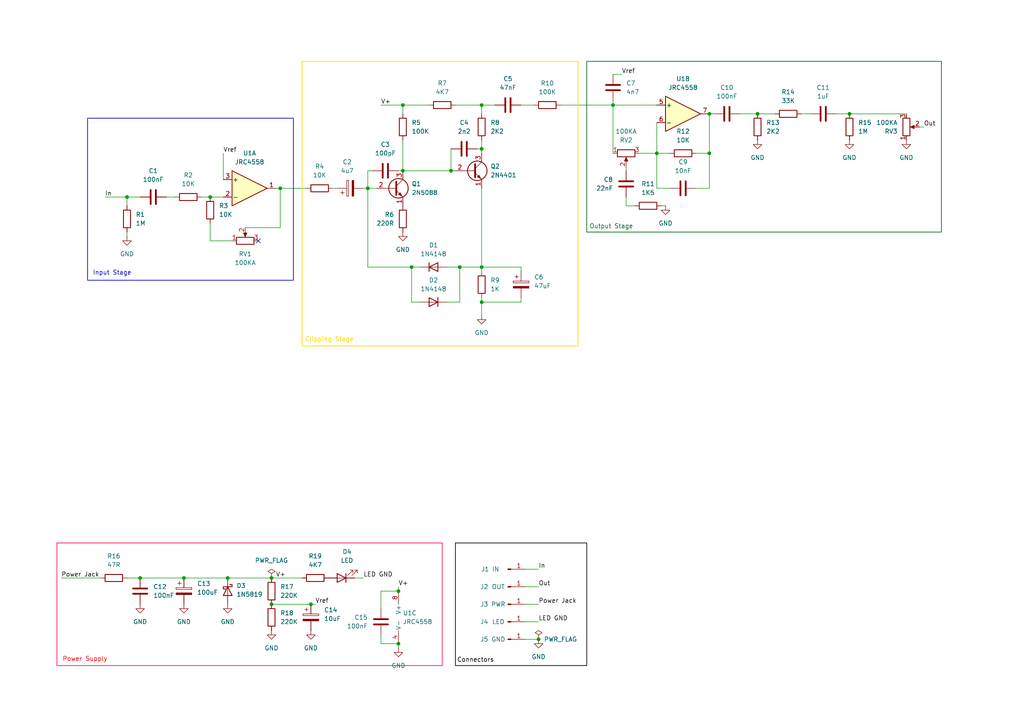
<source format=kicad_sch>
(kicad_sch
	(version 20250114)
	(generator "eeschema")
	(generator_version "9.0")
	(uuid "d195bee7-7b7f-4997-88e5-007a8fc2a42e")
	(paper "A4")
	(title_block
		(title "Guitar Fuzz Pedal")
		(date "2025-12-21")
		(rev "A")
		(company "Henrique Stelzer de Oliveira")
	)
	(lib_symbols
		(symbol "Amplifier_Operational:RC4558"
			(pin_names
				(offset 0.127)
			)
			(exclude_from_sim no)
			(in_bom yes)
			(on_board yes)
			(property "Reference" "U"
				(at 0 5.08 0)
				(effects
					(font
						(size 1.27 1.27)
					)
					(justify left)
				)
			)
			(property "Value" "RC4558"
				(at 0 -5.08 0)
				(effects
					(font
						(size 1.27 1.27)
					)
					(justify left)
				)
			)
			(property "Footprint" ""
				(at 0 0 0)
				(effects
					(font
						(size 1.27 1.27)
					)
					(hide yes)
				)
			)
			(property "Datasheet" "http://www.ti.com/lit/ds/symlink/rc4558.pdf"
				(at 0 0 0)
				(effects
					(font
						(size 1.27 1.27)
					)
					(hide yes)
				)
			)
			(property "Description" "Dual General Purpose, Operational Amplifier, DIP-8/SOIC-8/SSOP-8"
				(at 0 0 0)
				(effects
					(font
						(size 1.27 1.27)
					)
					(hide yes)
				)
			)
			(property "ki_locked" ""
				(at 0 0 0)
				(effects
					(font
						(size 1.27 1.27)
					)
				)
			)
			(property "ki_keywords" "dual opamp"
				(at 0 0 0)
				(effects
					(font
						(size 1.27 1.27)
					)
					(hide yes)
				)
			)
			(property "ki_fp_filters" "SOIC*3.9x4.9mm*P1.27mm* DIP*W7.62mm* TO*99* OnSemi*Micro8* TSSOP*3x3mm*P0.65mm* TSSOP*4.4x3mm*P0.65mm* MSOP*3x3mm*P0.65mm* SSOP*3.9x4.9mm*P0.635mm* LFCSP*2x2mm*P0.5mm* *SIP* SOIC*5.3x6.2mm*P1.27mm*"
				(at 0 0 0)
				(effects
					(font
						(size 1.27 1.27)
					)
					(hide yes)
				)
			)
			(symbol "RC4558_1_1"
				(polyline
					(pts
						(xy -5.08 5.08) (xy 5.08 0) (xy -5.08 -5.08) (xy -5.08 5.08)
					)
					(stroke
						(width 0.254)
						(type default)
					)
					(fill
						(type background)
					)
				)
				(pin input line
					(at -7.62 2.54 0)
					(length 2.54)
					(name "+"
						(effects
							(font
								(size 1.27 1.27)
							)
						)
					)
					(number "3"
						(effects
							(font
								(size 1.27 1.27)
							)
						)
					)
				)
				(pin input line
					(at -7.62 -2.54 0)
					(length 2.54)
					(name "-"
						(effects
							(font
								(size 1.27 1.27)
							)
						)
					)
					(number "2"
						(effects
							(font
								(size 1.27 1.27)
							)
						)
					)
				)
				(pin output line
					(at 7.62 0 180)
					(length 2.54)
					(name "~"
						(effects
							(font
								(size 1.27 1.27)
							)
						)
					)
					(number "1"
						(effects
							(font
								(size 1.27 1.27)
							)
						)
					)
				)
			)
			(symbol "RC4558_2_1"
				(polyline
					(pts
						(xy -5.08 5.08) (xy 5.08 0) (xy -5.08 -5.08) (xy -5.08 5.08)
					)
					(stroke
						(width 0.254)
						(type default)
					)
					(fill
						(type background)
					)
				)
				(pin input line
					(at -7.62 2.54 0)
					(length 2.54)
					(name "+"
						(effects
							(font
								(size 1.27 1.27)
							)
						)
					)
					(number "5"
						(effects
							(font
								(size 1.27 1.27)
							)
						)
					)
				)
				(pin input line
					(at -7.62 -2.54 0)
					(length 2.54)
					(name "-"
						(effects
							(font
								(size 1.27 1.27)
							)
						)
					)
					(number "6"
						(effects
							(font
								(size 1.27 1.27)
							)
						)
					)
				)
				(pin output line
					(at 7.62 0 180)
					(length 2.54)
					(name "~"
						(effects
							(font
								(size 1.27 1.27)
							)
						)
					)
					(number "7"
						(effects
							(font
								(size 1.27 1.27)
							)
						)
					)
				)
			)
			(symbol "RC4558_3_1"
				(pin power_in line
					(at -2.54 7.62 270)
					(length 3.81)
					(name "V+"
						(effects
							(font
								(size 1.27 1.27)
							)
						)
					)
					(number "8"
						(effects
							(font
								(size 1.27 1.27)
							)
						)
					)
				)
				(pin power_in line
					(at -2.54 -7.62 90)
					(length 3.81)
					(name "V-"
						(effects
							(font
								(size 1.27 1.27)
							)
						)
					)
					(number "4"
						(effects
							(font
								(size 1.27 1.27)
							)
						)
					)
				)
			)
			(embedded_fonts no)
		)
		(symbol "Connector:Conn_01x01_Pin"
			(pin_names
				(offset 1.016)
				(hide yes)
			)
			(exclude_from_sim no)
			(in_bom yes)
			(on_board yes)
			(property "Reference" "J"
				(at 0 2.54 0)
				(effects
					(font
						(size 1.27 1.27)
					)
				)
			)
			(property "Value" "Conn_01x01_Pin"
				(at 0 -2.54 0)
				(effects
					(font
						(size 1.27 1.27)
					)
				)
			)
			(property "Footprint" ""
				(at 0 0 0)
				(effects
					(font
						(size 1.27 1.27)
					)
					(hide yes)
				)
			)
			(property "Datasheet" "~"
				(at 0 0 0)
				(effects
					(font
						(size 1.27 1.27)
					)
					(hide yes)
				)
			)
			(property "Description" "Generic connector, single row, 01x01, script generated"
				(at 0 0 0)
				(effects
					(font
						(size 1.27 1.27)
					)
					(hide yes)
				)
			)
			(property "ki_locked" ""
				(at 0 0 0)
				(effects
					(font
						(size 1.27 1.27)
					)
				)
			)
			(property "ki_keywords" "connector"
				(at 0 0 0)
				(effects
					(font
						(size 1.27 1.27)
					)
					(hide yes)
				)
			)
			(property "ki_fp_filters" "Connector*:*_1x??_*"
				(at 0 0 0)
				(effects
					(font
						(size 1.27 1.27)
					)
					(hide yes)
				)
			)
			(symbol "Conn_01x01_Pin_1_1"
				(rectangle
					(start 0.8636 0.127)
					(end 0 -0.127)
					(stroke
						(width 0.1524)
						(type default)
					)
					(fill
						(type outline)
					)
				)
				(polyline
					(pts
						(xy 1.27 0) (xy 0.8636 0)
					)
					(stroke
						(width 0.1524)
						(type default)
					)
					(fill
						(type none)
					)
				)
				(pin passive line
					(at 5.08 0 180)
					(length 3.81)
					(name "Pin_1"
						(effects
							(font
								(size 1.27 1.27)
							)
						)
					)
					(number "1"
						(effects
							(font
								(size 1.27 1.27)
							)
						)
					)
				)
			)
			(embedded_fonts no)
		)
		(symbol "Device:C"
			(pin_numbers
				(hide yes)
			)
			(pin_names
				(offset 0.254)
			)
			(exclude_from_sim no)
			(in_bom yes)
			(on_board yes)
			(property "Reference" "C"
				(at 0.635 2.54 0)
				(effects
					(font
						(size 1.27 1.27)
					)
					(justify left)
				)
			)
			(property "Value" "C"
				(at 0.635 -2.54 0)
				(effects
					(font
						(size 1.27 1.27)
					)
					(justify left)
				)
			)
			(property "Footprint" ""
				(at 0.9652 -3.81 0)
				(effects
					(font
						(size 1.27 1.27)
					)
					(hide yes)
				)
			)
			(property "Datasheet" "~"
				(at 0 0 0)
				(effects
					(font
						(size 1.27 1.27)
					)
					(hide yes)
				)
			)
			(property "Description" "Unpolarized capacitor"
				(at 0 0 0)
				(effects
					(font
						(size 1.27 1.27)
					)
					(hide yes)
				)
			)
			(property "ki_keywords" "cap capacitor"
				(at 0 0 0)
				(effects
					(font
						(size 1.27 1.27)
					)
					(hide yes)
				)
			)
			(property "ki_fp_filters" "C_*"
				(at 0 0 0)
				(effects
					(font
						(size 1.27 1.27)
					)
					(hide yes)
				)
			)
			(symbol "C_0_1"
				(polyline
					(pts
						(xy -2.032 0.762) (xy 2.032 0.762)
					)
					(stroke
						(width 0.508)
						(type default)
					)
					(fill
						(type none)
					)
				)
				(polyline
					(pts
						(xy -2.032 -0.762) (xy 2.032 -0.762)
					)
					(stroke
						(width 0.508)
						(type default)
					)
					(fill
						(type none)
					)
				)
			)
			(symbol "C_1_1"
				(pin passive line
					(at 0 3.81 270)
					(length 2.794)
					(name "~"
						(effects
							(font
								(size 1.27 1.27)
							)
						)
					)
					(number "1"
						(effects
							(font
								(size 1.27 1.27)
							)
						)
					)
				)
				(pin passive line
					(at 0 -3.81 90)
					(length 2.794)
					(name "~"
						(effects
							(font
								(size 1.27 1.27)
							)
						)
					)
					(number "2"
						(effects
							(font
								(size 1.27 1.27)
							)
						)
					)
				)
			)
			(embedded_fonts no)
		)
		(symbol "Device:C_Polarized"
			(pin_numbers
				(hide yes)
			)
			(pin_names
				(offset 0.254)
			)
			(exclude_from_sim no)
			(in_bom yes)
			(on_board yes)
			(property "Reference" "C"
				(at 0.635 2.54 0)
				(effects
					(font
						(size 1.27 1.27)
					)
					(justify left)
				)
			)
			(property "Value" "C_Polarized"
				(at 0.635 -2.54 0)
				(effects
					(font
						(size 1.27 1.27)
					)
					(justify left)
				)
			)
			(property "Footprint" ""
				(at 0.9652 -3.81 0)
				(effects
					(font
						(size 1.27 1.27)
					)
					(hide yes)
				)
			)
			(property "Datasheet" "~"
				(at 0 0 0)
				(effects
					(font
						(size 1.27 1.27)
					)
					(hide yes)
				)
			)
			(property "Description" "Polarized capacitor"
				(at 0 0 0)
				(effects
					(font
						(size 1.27 1.27)
					)
					(hide yes)
				)
			)
			(property "ki_keywords" "cap capacitor"
				(at 0 0 0)
				(effects
					(font
						(size 1.27 1.27)
					)
					(hide yes)
				)
			)
			(property "ki_fp_filters" "CP_*"
				(at 0 0 0)
				(effects
					(font
						(size 1.27 1.27)
					)
					(hide yes)
				)
			)
			(symbol "C_Polarized_0_1"
				(rectangle
					(start -2.286 0.508)
					(end 2.286 1.016)
					(stroke
						(width 0)
						(type default)
					)
					(fill
						(type none)
					)
				)
				(polyline
					(pts
						(xy -1.778 2.286) (xy -0.762 2.286)
					)
					(stroke
						(width 0)
						(type default)
					)
					(fill
						(type none)
					)
				)
				(polyline
					(pts
						(xy -1.27 2.794) (xy -1.27 1.778)
					)
					(stroke
						(width 0)
						(type default)
					)
					(fill
						(type none)
					)
				)
				(rectangle
					(start 2.286 -0.508)
					(end -2.286 -1.016)
					(stroke
						(width 0)
						(type default)
					)
					(fill
						(type outline)
					)
				)
			)
			(symbol "C_Polarized_1_1"
				(pin passive line
					(at 0 3.81 270)
					(length 2.794)
					(name "~"
						(effects
							(font
								(size 1.27 1.27)
							)
						)
					)
					(number "1"
						(effects
							(font
								(size 1.27 1.27)
							)
						)
					)
				)
				(pin passive line
					(at 0 -3.81 90)
					(length 2.794)
					(name "~"
						(effects
							(font
								(size 1.27 1.27)
							)
						)
					)
					(number "2"
						(effects
							(font
								(size 1.27 1.27)
							)
						)
					)
				)
			)
			(embedded_fonts no)
		)
		(symbol "Device:LED"
			(pin_numbers
				(hide yes)
			)
			(pin_names
				(offset 1.016)
				(hide yes)
			)
			(exclude_from_sim no)
			(in_bom yes)
			(on_board yes)
			(property "Reference" "D"
				(at 0 2.54 0)
				(effects
					(font
						(size 1.27 1.27)
					)
				)
			)
			(property "Value" "LED"
				(at 0 -2.54 0)
				(effects
					(font
						(size 1.27 1.27)
					)
				)
			)
			(property "Footprint" ""
				(at 0 0 0)
				(effects
					(font
						(size 1.27 1.27)
					)
					(hide yes)
				)
			)
			(property "Datasheet" "~"
				(at 0 0 0)
				(effects
					(font
						(size 1.27 1.27)
					)
					(hide yes)
				)
			)
			(property "Description" "Light emitting diode"
				(at 0 0 0)
				(effects
					(font
						(size 1.27 1.27)
					)
					(hide yes)
				)
			)
			(property "Sim.Pins" "1=K 2=A"
				(at 0 0 0)
				(effects
					(font
						(size 1.27 1.27)
					)
					(hide yes)
				)
			)
			(property "ki_keywords" "LED diode"
				(at 0 0 0)
				(effects
					(font
						(size 1.27 1.27)
					)
					(hide yes)
				)
			)
			(property "ki_fp_filters" "LED* LED_SMD:* LED_THT:*"
				(at 0 0 0)
				(effects
					(font
						(size 1.27 1.27)
					)
					(hide yes)
				)
			)
			(symbol "LED_0_1"
				(polyline
					(pts
						(xy -3.048 -0.762) (xy -4.572 -2.286) (xy -3.81 -2.286) (xy -4.572 -2.286) (xy -4.572 -1.524)
					)
					(stroke
						(width 0)
						(type default)
					)
					(fill
						(type none)
					)
				)
				(polyline
					(pts
						(xy -1.778 -0.762) (xy -3.302 -2.286) (xy -2.54 -2.286) (xy -3.302 -2.286) (xy -3.302 -1.524)
					)
					(stroke
						(width 0)
						(type default)
					)
					(fill
						(type none)
					)
				)
				(polyline
					(pts
						(xy -1.27 0) (xy 1.27 0)
					)
					(stroke
						(width 0)
						(type default)
					)
					(fill
						(type none)
					)
				)
				(polyline
					(pts
						(xy -1.27 -1.27) (xy -1.27 1.27)
					)
					(stroke
						(width 0.254)
						(type default)
					)
					(fill
						(type none)
					)
				)
				(polyline
					(pts
						(xy 1.27 -1.27) (xy 1.27 1.27) (xy -1.27 0) (xy 1.27 -1.27)
					)
					(stroke
						(width 0.254)
						(type default)
					)
					(fill
						(type none)
					)
				)
			)
			(symbol "LED_1_1"
				(pin passive line
					(at -3.81 0 0)
					(length 2.54)
					(name "K"
						(effects
							(font
								(size 1.27 1.27)
							)
						)
					)
					(number "1"
						(effects
							(font
								(size 1.27 1.27)
							)
						)
					)
				)
				(pin passive line
					(at 3.81 0 180)
					(length 2.54)
					(name "A"
						(effects
							(font
								(size 1.27 1.27)
							)
						)
					)
					(number "2"
						(effects
							(font
								(size 1.27 1.27)
							)
						)
					)
				)
			)
			(embedded_fonts no)
		)
		(symbol "Device:R"
			(pin_numbers
				(hide yes)
			)
			(pin_names
				(offset 0)
			)
			(exclude_from_sim no)
			(in_bom yes)
			(on_board yes)
			(property "Reference" "R"
				(at 2.032 0 90)
				(effects
					(font
						(size 1.27 1.27)
					)
				)
			)
			(property "Value" "R"
				(at 0 0 90)
				(effects
					(font
						(size 1.27 1.27)
					)
				)
			)
			(property "Footprint" ""
				(at -1.778 0 90)
				(effects
					(font
						(size 1.27 1.27)
					)
					(hide yes)
				)
			)
			(property "Datasheet" "~"
				(at 0 0 0)
				(effects
					(font
						(size 1.27 1.27)
					)
					(hide yes)
				)
			)
			(property "Description" "Resistor"
				(at 0 0 0)
				(effects
					(font
						(size 1.27 1.27)
					)
					(hide yes)
				)
			)
			(property "ki_keywords" "R res resistor"
				(at 0 0 0)
				(effects
					(font
						(size 1.27 1.27)
					)
					(hide yes)
				)
			)
			(property "ki_fp_filters" "R_*"
				(at 0 0 0)
				(effects
					(font
						(size 1.27 1.27)
					)
					(hide yes)
				)
			)
			(symbol "R_0_1"
				(rectangle
					(start -1.016 -2.54)
					(end 1.016 2.54)
					(stroke
						(width 0.254)
						(type default)
					)
					(fill
						(type none)
					)
				)
			)
			(symbol "R_1_1"
				(pin passive line
					(at 0 3.81 270)
					(length 1.27)
					(name "~"
						(effects
							(font
								(size 1.27 1.27)
							)
						)
					)
					(number "1"
						(effects
							(font
								(size 1.27 1.27)
							)
						)
					)
				)
				(pin passive line
					(at 0 -3.81 90)
					(length 1.27)
					(name "~"
						(effects
							(font
								(size 1.27 1.27)
							)
						)
					)
					(number "2"
						(effects
							(font
								(size 1.27 1.27)
							)
						)
					)
				)
			)
			(embedded_fonts no)
		)
		(symbol "Device:R_Potentiometer"
			(pin_names
				(offset 1.016)
				(hide yes)
			)
			(exclude_from_sim no)
			(in_bom yes)
			(on_board yes)
			(property "Reference" "RV"
				(at -4.445 0 90)
				(effects
					(font
						(size 1.27 1.27)
					)
				)
			)
			(property "Value" "R_Potentiometer"
				(at -2.54 0 90)
				(effects
					(font
						(size 1.27 1.27)
					)
				)
			)
			(property "Footprint" ""
				(at 0 0 0)
				(effects
					(font
						(size 1.27 1.27)
					)
					(hide yes)
				)
			)
			(property "Datasheet" "~"
				(at 0 0 0)
				(effects
					(font
						(size 1.27 1.27)
					)
					(hide yes)
				)
			)
			(property "Description" "Potentiometer"
				(at 0 0 0)
				(effects
					(font
						(size 1.27 1.27)
					)
					(hide yes)
				)
			)
			(property "ki_keywords" "resistor variable"
				(at 0 0 0)
				(effects
					(font
						(size 1.27 1.27)
					)
					(hide yes)
				)
			)
			(property "ki_fp_filters" "Potentiometer*"
				(at 0 0 0)
				(effects
					(font
						(size 1.27 1.27)
					)
					(hide yes)
				)
			)
			(symbol "R_Potentiometer_0_1"
				(rectangle
					(start 1.016 2.54)
					(end -1.016 -2.54)
					(stroke
						(width 0.254)
						(type default)
					)
					(fill
						(type none)
					)
				)
				(polyline
					(pts
						(xy 1.143 0) (xy 2.286 0.508) (xy 2.286 -0.508) (xy 1.143 0)
					)
					(stroke
						(width 0)
						(type default)
					)
					(fill
						(type outline)
					)
				)
				(polyline
					(pts
						(xy 2.54 0) (xy 1.524 0)
					)
					(stroke
						(width 0)
						(type default)
					)
					(fill
						(type none)
					)
				)
			)
			(symbol "R_Potentiometer_1_1"
				(pin passive line
					(at 0 3.81 270)
					(length 1.27)
					(name "1"
						(effects
							(font
								(size 1.27 1.27)
							)
						)
					)
					(number "1"
						(effects
							(font
								(size 1.27 1.27)
							)
						)
					)
				)
				(pin passive line
					(at 0 -3.81 90)
					(length 1.27)
					(name "3"
						(effects
							(font
								(size 1.27 1.27)
							)
						)
					)
					(number "3"
						(effects
							(font
								(size 1.27 1.27)
							)
						)
					)
				)
				(pin passive line
					(at 3.81 0 180)
					(length 1.27)
					(name "2"
						(effects
							(font
								(size 1.27 1.27)
							)
						)
					)
					(number "2"
						(effects
							(font
								(size 1.27 1.27)
							)
						)
					)
				)
			)
			(embedded_fonts no)
		)
		(symbol "Diode:1N4148"
			(pin_numbers
				(hide yes)
			)
			(pin_names
				(hide yes)
			)
			(exclude_from_sim no)
			(in_bom yes)
			(on_board yes)
			(property "Reference" "D"
				(at 0 2.54 0)
				(effects
					(font
						(size 1.27 1.27)
					)
				)
			)
			(property "Value" "1N4148"
				(at 0 -2.54 0)
				(effects
					(font
						(size 1.27 1.27)
					)
				)
			)
			(property "Footprint" "Diode_THT:D_DO-35_SOD27_P7.62mm_Horizontal"
				(at 0 0 0)
				(effects
					(font
						(size 1.27 1.27)
					)
					(hide yes)
				)
			)
			(property "Datasheet" "https://assets.nexperia.com/documents/data-sheet/1N4148_1N4448.pdf"
				(at 0 0 0)
				(effects
					(font
						(size 1.27 1.27)
					)
					(hide yes)
				)
			)
			(property "Description" "100V 0.15A standard switching diode, DO-35"
				(at 0 0 0)
				(effects
					(font
						(size 1.27 1.27)
					)
					(hide yes)
				)
			)
			(property "Sim.Device" "D"
				(at 0 0 0)
				(effects
					(font
						(size 1.27 1.27)
					)
					(hide yes)
				)
			)
			(property "Sim.Pins" "1=K 2=A"
				(at 0 0 0)
				(effects
					(font
						(size 1.27 1.27)
					)
					(hide yes)
				)
			)
			(property "ki_keywords" "diode"
				(at 0 0 0)
				(effects
					(font
						(size 1.27 1.27)
					)
					(hide yes)
				)
			)
			(property "ki_fp_filters" "D*DO?35*"
				(at 0 0 0)
				(effects
					(font
						(size 1.27 1.27)
					)
					(hide yes)
				)
			)
			(symbol "1N4148_0_1"
				(polyline
					(pts
						(xy -1.27 1.27) (xy -1.27 -1.27)
					)
					(stroke
						(width 0.254)
						(type default)
					)
					(fill
						(type none)
					)
				)
				(polyline
					(pts
						(xy 1.27 1.27) (xy 1.27 -1.27) (xy -1.27 0) (xy 1.27 1.27)
					)
					(stroke
						(width 0.254)
						(type default)
					)
					(fill
						(type none)
					)
				)
				(polyline
					(pts
						(xy 1.27 0) (xy -1.27 0)
					)
					(stroke
						(width 0)
						(type default)
					)
					(fill
						(type none)
					)
				)
			)
			(symbol "1N4148_1_1"
				(pin passive line
					(at -3.81 0 0)
					(length 2.54)
					(name "K"
						(effects
							(font
								(size 1.27 1.27)
							)
						)
					)
					(number "1"
						(effects
							(font
								(size 1.27 1.27)
							)
						)
					)
				)
				(pin passive line
					(at 3.81 0 180)
					(length 2.54)
					(name "A"
						(effects
							(font
								(size 1.27 1.27)
							)
						)
					)
					(number "2"
						(effects
							(font
								(size 1.27 1.27)
							)
						)
					)
				)
			)
			(embedded_fonts no)
		)
		(symbol "Diode:1N5819"
			(pin_numbers
				(hide yes)
			)
			(pin_names
				(offset 1.016)
				(hide yes)
			)
			(exclude_from_sim no)
			(in_bom yes)
			(on_board yes)
			(property "Reference" "D"
				(at 0 2.54 0)
				(effects
					(font
						(size 1.27 1.27)
					)
				)
			)
			(property "Value" "1N5819"
				(at 0 -2.54 0)
				(effects
					(font
						(size 1.27 1.27)
					)
				)
			)
			(property "Footprint" "Diode_THT:D_DO-41_SOD81_P10.16mm_Horizontal"
				(at 0 -4.445 0)
				(effects
					(font
						(size 1.27 1.27)
					)
					(hide yes)
				)
			)
			(property "Datasheet" "http://www.vishay.com/docs/88525/1n5817.pdf"
				(at 0 0 0)
				(effects
					(font
						(size 1.27 1.27)
					)
					(hide yes)
				)
			)
			(property "Description" "40V 1A Schottky Barrier Rectifier Diode, DO-41"
				(at 0 0 0)
				(effects
					(font
						(size 1.27 1.27)
					)
					(hide yes)
				)
			)
			(property "ki_keywords" "diode Schottky"
				(at 0 0 0)
				(effects
					(font
						(size 1.27 1.27)
					)
					(hide yes)
				)
			)
			(property "ki_fp_filters" "D*DO?41*"
				(at 0 0 0)
				(effects
					(font
						(size 1.27 1.27)
					)
					(hide yes)
				)
			)
			(symbol "1N5819_0_1"
				(polyline
					(pts
						(xy -1.905 0.635) (xy -1.905 1.27) (xy -1.27 1.27) (xy -1.27 -1.27) (xy -0.635 -1.27) (xy -0.635 -0.635)
					)
					(stroke
						(width 0.254)
						(type default)
					)
					(fill
						(type none)
					)
				)
				(polyline
					(pts
						(xy 1.27 1.27) (xy 1.27 -1.27) (xy -1.27 0) (xy 1.27 1.27)
					)
					(stroke
						(width 0.254)
						(type default)
					)
					(fill
						(type none)
					)
				)
				(polyline
					(pts
						(xy 1.27 0) (xy -1.27 0)
					)
					(stroke
						(width 0)
						(type default)
					)
					(fill
						(type none)
					)
				)
			)
			(symbol "1N5819_1_1"
				(pin passive line
					(at -3.81 0 0)
					(length 2.54)
					(name "K"
						(effects
							(font
								(size 1.27 1.27)
							)
						)
					)
					(number "1"
						(effects
							(font
								(size 1.27 1.27)
							)
						)
					)
				)
				(pin passive line
					(at 3.81 0 180)
					(length 2.54)
					(name "A"
						(effects
							(font
								(size 1.27 1.27)
							)
						)
					)
					(number "2"
						(effects
							(font
								(size 1.27 1.27)
							)
						)
					)
				)
			)
			(embedded_fonts no)
		)
		(symbol "Transistor_BJT:2N3904"
			(pin_names
				(offset 0)
				(hide yes)
			)
			(exclude_from_sim no)
			(in_bom yes)
			(on_board yes)
			(property "Reference" "Q"
				(at 5.08 1.905 0)
				(effects
					(font
						(size 1.27 1.27)
					)
					(justify left)
				)
			)
			(property "Value" "2N3904"
				(at 5.08 0 0)
				(effects
					(font
						(size 1.27 1.27)
					)
					(justify left)
				)
			)
			(property "Footprint" "Package_TO_SOT_THT:TO-92_Inline"
				(at 5.08 -1.905 0)
				(effects
					(font
						(size 1.27 1.27)
						(italic yes)
					)
					(justify left)
					(hide yes)
				)
			)
			(property "Datasheet" "https://www.onsemi.com/pub/Collateral/2N3903-D.PDF"
				(at 0 0 0)
				(effects
					(font
						(size 1.27 1.27)
					)
					(justify left)
					(hide yes)
				)
			)
			(property "Description" "0.2A Ic, 40V Vce, Small Signal NPN Transistor, TO-92"
				(at 0 0 0)
				(effects
					(font
						(size 1.27 1.27)
					)
					(hide yes)
				)
			)
			(property "ki_keywords" "NPN Transistor"
				(at 0 0 0)
				(effects
					(font
						(size 1.27 1.27)
					)
					(hide yes)
				)
			)
			(property "ki_fp_filters" "TO?92*"
				(at 0 0 0)
				(effects
					(font
						(size 1.27 1.27)
					)
					(hide yes)
				)
			)
			(symbol "2N3904_0_1"
				(polyline
					(pts
						(xy -2.54 0) (xy 0.635 0)
					)
					(stroke
						(width 0)
						(type default)
					)
					(fill
						(type none)
					)
				)
				(polyline
					(pts
						(xy 0.635 1.905) (xy 0.635 -1.905)
					)
					(stroke
						(width 0.508)
						(type default)
					)
					(fill
						(type none)
					)
				)
				(circle
					(center 1.27 0)
					(radius 2.8194)
					(stroke
						(width 0.254)
						(type default)
					)
					(fill
						(type none)
					)
				)
			)
			(symbol "2N3904_1_1"
				(polyline
					(pts
						(xy 0.635 0.635) (xy 2.54 2.54)
					)
					(stroke
						(width 0)
						(type default)
					)
					(fill
						(type none)
					)
				)
				(polyline
					(pts
						(xy 0.635 -0.635) (xy 2.54 -2.54)
					)
					(stroke
						(width 0)
						(type default)
					)
					(fill
						(type none)
					)
				)
				(polyline
					(pts
						(xy 1.27 -1.778) (xy 1.778 -1.27) (xy 2.286 -2.286) (xy 1.27 -1.778)
					)
					(stroke
						(width 0)
						(type default)
					)
					(fill
						(type outline)
					)
				)
				(pin input line
					(at -5.08 0 0)
					(length 2.54)
					(name "B"
						(effects
							(font
								(size 1.27 1.27)
							)
						)
					)
					(number "2"
						(effects
							(font
								(size 1.27 1.27)
							)
						)
					)
				)
				(pin passive line
					(at 2.54 5.08 270)
					(length 2.54)
					(name "C"
						(effects
							(font
								(size 1.27 1.27)
							)
						)
					)
					(number "3"
						(effects
							(font
								(size 1.27 1.27)
							)
						)
					)
				)
				(pin passive line
					(at 2.54 -5.08 90)
					(length 2.54)
					(name "E"
						(effects
							(font
								(size 1.27 1.27)
							)
						)
					)
					(number "1"
						(effects
							(font
								(size 1.27 1.27)
							)
						)
					)
				)
			)
			(embedded_fonts no)
		)
		(symbol "power:GND"
			(power)
			(pin_numbers
				(hide yes)
			)
			(pin_names
				(offset 0)
				(hide yes)
			)
			(exclude_from_sim no)
			(in_bom yes)
			(on_board yes)
			(property "Reference" "#PWR"
				(at 0 -6.35 0)
				(effects
					(font
						(size 1.27 1.27)
					)
					(hide yes)
				)
			)
			(property "Value" "GND"
				(at 0 -3.81 0)
				(effects
					(font
						(size 1.27 1.27)
					)
				)
			)
			(property "Footprint" ""
				(at 0 0 0)
				(effects
					(font
						(size 1.27 1.27)
					)
					(hide yes)
				)
			)
			(property "Datasheet" ""
				(at 0 0 0)
				(effects
					(font
						(size 1.27 1.27)
					)
					(hide yes)
				)
			)
			(property "Description" "Power symbol creates a global label with name \"GND\" , ground"
				(at 0 0 0)
				(effects
					(font
						(size 1.27 1.27)
					)
					(hide yes)
				)
			)
			(property "ki_keywords" "global power"
				(at 0 0 0)
				(effects
					(font
						(size 1.27 1.27)
					)
					(hide yes)
				)
			)
			(symbol "GND_0_1"
				(polyline
					(pts
						(xy 0 0) (xy 0 -1.27) (xy 1.27 -1.27) (xy 0 -2.54) (xy -1.27 -1.27) (xy 0 -1.27)
					)
					(stroke
						(width 0)
						(type default)
					)
					(fill
						(type none)
					)
				)
			)
			(symbol "GND_1_1"
				(pin power_in line
					(at 0 0 270)
					(length 0)
					(name "~"
						(effects
							(font
								(size 1.27 1.27)
							)
						)
					)
					(number "1"
						(effects
							(font
								(size 1.27 1.27)
							)
						)
					)
				)
			)
			(embedded_fonts no)
		)
		(symbol "power:PWR_FLAG"
			(power)
			(pin_numbers
				(hide yes)
			)
			(pin_names
				(offset 0)
				(hide yes)
			)
			(exclude_from_sim no)
			(in_bom yes)
			(on_board yes)
			(property "Reference" "#FLG"
				(at 0 1.905 0)
				(effects
					(font
						(size 1.27 1.27)
					)
					(hide yes)
				)
			)
			(property "Value" "PWR_FLAG"
				(at 0 3.81 0)
				(effects
					(font
						(size 1.27 1.27)
					)
				)
			)
			(property "Footprint" ""
				(at 0 0 0)
				(effects
					(font
						(size 1.27 1.27)
					)
					(hide yes)
				)
			)
			(property "Datasheet" "~"
				(at 0 0 0)
				(effects
					(font
						(size 1.27 1.27)
					)
					(hide yes)
				)
			)
			(property "Description" "Special symbol for telling ERC where power comes from"
				(at 0 0 0)
				(effects
					(font
						(size 1.27 1.27)
					)
					(hide yes)
				)
			)
			(property "ki_keywords" "flag power"
				(at 0 0 0)
				(effects
					(font
						(size 1.27 1.27)
					)
					(hide yes)
				)
			)
			(symbol "PWR_FLAG_0_0"
				(pin power_out line
					(at 0 0 90)
					(length 0)
					(name "~"
						(effects
							(font
								(size 1.27 1.27)
							)
						)
					)
					(number "1"
						(effects
							(font
								(size 1.27 1.27)
							)
						)
					)
				)
			)
			(symbol "PWR_FLAG_0_1"
				(polyline
					(pts
						(xy 0 0) (xy 0 1.27) (xy -1.016 1.905) (xy 0 2.54) (xy 1.016 1.905) (xy 0 1.27)
					)
					(stroke
						(width 0)
						(type default)
					)
					(fill
						(type none)
					)
				)
			)
			(embedded_fonts no)
		)
	)
	(rectangle
		(start 132.08 157.48)
		(end 170.18 193.04)
		(stroke
			(width 0.2032)
			(type solid)
			(color 10 0 8 1)
		)
		(fill
			(type none)
		)
		(uuid 7e54579b-0c7d-42f4-b6bc-f554388abfba)
	)
	(rectangle
		(start 170.18 17.78)
		(end 273.05 67.31)
		(stroke
			(width 0.2032)
			(type default)
			(color 0 106 32 1)
		)
		(fill
			(type none)
		)
		(uuid a8cf742c-46ae-4f4c-a7e6-00615a219cde)
	)
	(rectangle
		(start 25.4 34.29)
		(end 85.09 81.28)
		(stroke
			(width 0.2032)
			(type default)
		)
		(fill
			(type none)
		)
		(uuid b1dc9ff2-954e-4d80-8e02-1685b7169e41)
	)
	(rectangle
		(start 16.51 157.48)
		(end 128.27 193.04)
		(stroke
			(width 0.2032)
			(type default)
			(color 255 16 72 1)
		)
		(fill
			(type none)
		)
		(uuid d117324b-5eff-4a50-bc51-27b0d9cd4a22)
	)
	(rectangle
		(start 87.63 17.78)
		(end 167.64 100.33)
		(stroke
			(width 0.2032)
			(type default)
			(color 255 219 0 1)
		)
		(fill
			(type none)
		)
		(uuid d67c4ee0-6fc3-42b2-a1df-e7366ee0e08d)
	)
	(text "Output Stage\n"
		(exclude_from_sim no)
		(at 177.292 65.786 0)
		(effects
			(font
				(size 1.27 1.27)
				(color 0 106 32 1)
			)
		)
		(uuid "75b97a47-7f9e-4b42-ba82-35f869364a87")
	)
	(text "Input Stage"
		(exclude_from_sim no)
		(at 32.512 79.248 0)
		(effects
			(font
				(size 1.27 1.27)
			)
		)
		(uuid "7f1fbd85-8e5f-42d8-9c07-0cc9e7d00255")
	)
	(text "Power Supply"
		(exclude_from_sim no)
		(at 24.638 191.262 0)
		(effects
			(font
				(size 1.27 1.27)
				(color 255 0 0 1)
			)
		)
		(uuid "c8441c45-e2ac-4bc4-b265-9db51b470f68")
	)
	(text "Connectors"
		(exclude_from_sim no)
		(at 137.922 191.516 0)
		(effects
			(font
				(size 1.27 1.27)
				(color 0 0 0 1)
			)
		)
		(uuid "de2267f0-6ef1-4cb6-8491-7ccc44fd5989")
	)
	(text "Clipping Stage"
		(exclude_from_sim no)
		(at 95.504 98.552 0)
		(effects
			(font
				(size 1.27 1.27)
				(color 255 212 0 1)
			)
		)
		(uuid "eb1bdd67-9159-432c-baa8-9501fbff8716")
	)
	(junction
		(at 81.28 54.61)
		(diameter 0)
		(color 0 0 0 0)
		(uuid "10e94926-aa15-435a-82ef-8d089c30de67")
	)
	(junction
		(at 119.38 77.47)
		(diameter 0)
		(color 0 0 0 0)
		(uuid "125cfacb-4920-42e0-8578-3f83d98dda12")
	)
	(junction
		(at 78.74 175.26)
		(diameter 0)
		(color 0 0 0 0)
		(uuid "15798287-736c-41ff-8d34-edecf3edb1ed")
	)
	(junction
		(at 177.8 30.48)
		(diameter 0)
		(color 0 0 0 0)
		(uuid "17d44b22-663c-436b-8767-c79262ba6f1a")
	)
	(junction
		(at 106.68 54.61)
		(diameter 0)
		(color 0 0 0 0)
		(uuid "1df3b946-8b9d-4d7b-aad2-449f5abd6e9f")
	)
	(junction
		(at 205.74 33.02)
		(diameter 0)
		(color 0 0 0 0)
		(uuid "1ea443e4-607b-4248-bdca-6a293f094705")
	)
	(junction
		(at 66.04 167.64)
		(diameter 0)
		(color 0 0 0 0)
		(uuid "3565e980-1104-4299-be66-6c859df81613")
	)
	(junction
		(at 40.64 167.64)
		(diameter 0)
		(color 0 0 0 0)
		(uuid "453ee7d5-1d70-41f9-ac6f-2bfb21a3094c")
	)
	(junction
		(at 130.81 49.53)
		(diameter 0)
		(color 0 0 0 0)
		(uuid "6021f364-7cef-4e10-b53f-424b7c9b8e6f")
	)
	(junction
		(at 53.34 167.64)
		(diameter 0)
		(color 0 0 0 0)
		(uuid "73923cf9-acb8-4926-9306-b400d6241467")
	)
	(junction
		(at 156.21 185.42)
		(diameter 0)
		(color 0 0 0 0)
		(uuid "75da2915-5f81-4bea-be06-9fba73b287fc")
	)
	(junction
		(at 60.96 57.15)
		(diameter 0)
		(color 0 0 0 0)
		(uuid "75e1f2f7-6ad1-465d-bf0b-4a58e97f697a")
	)
	(junction
		(at 116.84 30.48)
		(diameter 0)
		(color 0 0 0 0)
		(uuid "76af7642-268b-4dc4-9988-c9b5f0f55d98")
	)
	(junction
		(at 116.84 49.53)
		(diameter 0)
		(color 0 0 0 0)
		(uuid "8424c738-5f69-4af0-90c5-c746e4739108")
	)
	(junction
		(at 246.38 33.02)
		(diameter 0)
		(color 0 0 0 0)
		(uuid "920db902-691a-41f0-a5bc-d1ba7f014018")
	)
	(junction
		(at 36.83 57.15)
		(diameter 0)
		(color 0 0 0 0)
		(uuid "9757216a-4d0c-4ead-8ff2-5af905905bd5")
	)
	(junction
		(at 139.7 30.48)
		(diameter 0)
		(color 0 0 0 0)
		(uuid "99cd5d58-e697-48fe-b7f6-9cc6f1b87ff5")
	)
	(junction
		(at 139.7 77.47)
		(diameter 0)
		(color 0 0 0 0)
		(uuid "a78195e5-91db-4442-8ebc-493dbfeaaced")
	)
	(junction
		(at 133.35 77.47)
		(diameter 0)
		(color 0 0 0 0)
		(uuid "afa146a7-a4c0-4313-b912-206796edfb9d")
	)
	(junction
		(at 90.17 175.26)
		(diameter 0)
		(color 0 0 0 0)
		(uuid "b43deba1-aa47-4712-857a-8e16d2a78701")
	)
	(junction
		(at 115.57 171.45)
		(diameter 0)
		(color 0 0 0 0)
		(uuid "bc852ac9-9da9-46f6-b14e-0ae098ee2df0")
	)
	(junction
		(at 205.74 44.45)
		(diameter 0)
		(color 0 0 0 0)
		(uuid "bf7489a5-5189-49df-93db-e966c5fe7f6f")
	)
	(junction
		(at 78.74 167.64)
		(diameter 0)
		(color 0 0 0 0)
		(uuid "c8ecb669-ff76-4992-934e-f9ed0178d8cb")
	)
	(junction
		(at 139.7 43.18)
		(diameter 0)
		(color 0 0 0 0)
		(uuid "cf9492ea-787a-40f6-a2ba-5ff14c997c23")
	)
	(junction
		(at 219.71 33.02)
		(diameter 0)
		(color 0 0 0 0)
		(uuid "d2660c65-1cdc-4ee0-a409-58af0827e2f5")
	)
	(junction
		(at 139.7 87.63)
		(diameter 0)
		(color 0 0 0 0)
		(uuid "d8b26d18-a746-4ebb-946d-5e5479a50269")
	)
	(junction
		(at 115.57 186.69)
		(diameter 0)
		(color 0 0 0 0)
		(uuid "de020f75-f52f-4d1f-bb9f-29e1ef2042e9")
	)
	(junction
		(at 190.5 44.45)
		(diameter 0)
		(color 0 0 0 0)
		(uuid "edba218b-2e18-4e96-8479-e231a2652bda")
	)
	(no_connect
		(at 74.93 69.85)
		(uuid "d6ac1aa5-a2d4-4967-a427-cd312577f6a9")
	)
	(wire
		(pts
			(xy 181.61 59.69) (xy 184.15 59.69)
		)
		(stroke
			(width 0)
			(type default)
		)
		(uuid "050e895c-2f5f-4959-b1fe-1526b132b965")
	)
	(wire
		(pts
			(xy 116.84 30.48) (xy 124.46 30.48)
		)
		(stroke
			(width 0)
			(type default)
		)
		(uuid "093d8e63-da53-48ae-8fa3-30ae402ddf0f")
	)
	(wire
		(pts
			(xy 115.57 49.53) (xy 116.84 49.53)
		)
		(stroke
			(width 0)
			(type default)
		)
		(uuid "0c3cbe28-655c-4bdb-ad38-8502e65c19c6")
	)
	(wire
		(pts
			(xy 152.4 185.42) (xy 156.21 185.42)
		)
		(stroke
			(width 0)
			(type default)
		)
		(uuid "0d26dd5e-7fb2-483d-bf85-0a7848ed3707")
	)
	(wire
		(pts
			(xy 110.49 186.69) (xy 115.57 186.69)
		)
		(stroke
			(width 0)
			(type default)
		)
		(uuid "0edd4463-8153-4062-aa96-9379917c507f")
	)
	(wire
		(pts
			(xy 110.49 171.45) (xy 115.57 171.45)
		)
		(stroke
			(width 0)
			(type default)
		)
		(uuid "10549253-54b1-40a1-b7ff-63b741c514b2")
	)
	(wire
		(pts
			(xy 53.34 167.64) (xy 66.04 167.64)
		)
		(stroke
			(width 0)
			(type default)
		)
		(uuid "1d05eca3-ff90-4d0a-bded-8bd4ccd6dc9e")
	)
	(wire
		(pts
			(xy 194.31 54.61) (xy 190.5 54.61)
		)
		(stroke
			(width 0)
			(type default)
		)
		(uuid "22354451-3fe6-4283-8640-ff7c904c7dc2")
	)
	(wire
		(pts
			(xy 181.61 49.53) (xy 181.61 48.26)
		)
		(stroke
			(width 0)
			(type default)
		)
		(uuid "227c250b-8dd4-4db8-9125-90a08e18450b")
	)
	(wire
		(pts
			(xy 152.4 170.18) (xy 156.21 170.18)
		)
		(stroke
			(width 0)
			(type default)
		)
		(uuid "289b746f-bb90-47a5-b8cf-7b2e4ea298c2")
	)
	(wire
		(pts
			(xy 36.83 57.15) (xy 40.64 57.15)
		)
		(stroke
			(width 0)
			(type default)
		)
		(uuid "2ad7e95e-a4e0-4da5-993c-2596ff945c83")
	)
	(wire
		(pts
			(xy 81.28 54.61) (xy 88.9 54.61)
		)
		(stroke
			(width 0)
			(type default)
		)
		(uuid "2b08bb09-28b8-43e2-bf5e-e500cd3ea657")
	)
	(wire
		(pts
			(xy 152.4 175.26) (xy 156.21 175.26)
		)
		(stroke
			(width 0)
			(type default)
		)
		(uuid "2b74ad9a-1e17-4853-8f06-92f0d0378304")
	)
	(wire
		(pts
			(xy 219.71 33.02) (xy 224.79 33.02)
		)
		(stroke
			(width 0)
			(type default)
		)
		(uuid "30731c72-b933-4e97-acb1-1364f0e147cc")
	)
	(wire
		(pts
			(xy 78.74 167.64) (xy 87.63 167.64)
		)
		(stroke
			(width 0)
			(type default)
		)
		(uuid "3481695d-d8ae-4bc5-94d6-d45088fe2108")
	)
	(wire
		(pts
			(xy 185.42 44.45) (xy 190.5 44.45)
		)
		(stroke
			(width 0)
			(type default)
		)
		(uuid "38b79d27-f55e-492e-a149-37e208081cdc")
	)
	(wire
		(pts
			(xy 116.84 33.02) (xy 116.84 30.48)
		)
		(stroke
			(width 0)
			(type default)
		)
		(uuid "392bd813-cbd8-4388-bee5-abba8f1facaa")
	)
	(wire
		(pts
			(xy 36.83 167.64) (xy 40.64 167.64)
		)
		(stroke
			(width 0)
			(type default)
		)
		(uuid "3c0116c5-54be-48d5-9ed9-84ea9c72045e")
	)
	(wire
		(pts
			(xy 177.8 30.48) (xy 177.8 44.45)
		)
		(stroke
			(width 0)
			(type default)
		)
		(uuid "3d30bb74-4ed7-400e-aa92-6baa33891c49")
	)
	(wire
		(pts
			(xy 193.04 59.69) (xy 191.77 59.69)
		)
		(stroke
			(width 0)
			(type default)
		)
		(uuid "4099bc33-de36-42a4-9d40-70bca5288a82")
	)
	(wire
		(pts
			(xy 130.81 49.53) (xy 132.08 49.53)
		)
		(stroke
			(width 0)
			(type default)
		)
		(uuid "41a57d70-4eed-403b-912f-7c9a98797fa5")
	)
	(wire
		(pts
			(xy 17.78 167.64) (xy 29.21 167.64)
		)
		(stroke
			(width 0)
			(type default)
		)
		(uuid "436824de-fe10-467e-808e-9d55f69852bc")
	)
	(wire
		(pts
			(xy 133.35 77.47) (xy 133.35 87.63)
		)
		(stroke
			(width 0)
			(type default)
		)
		(uuid "437f88c4-9691-4f37-b646-56cb10e92f04")
	)
	(wire
		(pts
			(xy 110.49 176.53) (xy 110.49 171.45)
		)
		(stroke
			(width 0)
			(type default)
		)
		(uuid "46d2c9f3-b3d7-45b2-b5f1-88ed16d8fd8f")
	)
	(wire
		(pts
			(xy 138.43 43.18) (xy 139.7 43.18)
		)
		(stroke
			(width 0)
			(type default)
		)
		(uuid "507cad2a-d178-4656-be6b-5232fd166048")
	)
	(wire
		(pts
			(xy 201.93 44.45) (xy 205.74 44.45)
		)
		(stroke
			(width 0)
			(type default)
		)
		(uuid "52a9993f-d9da-4e78-9562-3990b101d490")
	)
	(wire
		(pts
			(xy 66.04 167.64) (xy 78.74 167.64)
		)
		(stroke
			(width 0)
			(type default)
		)
		(uuid "593a8302-69f5-421d-b779-92a092bd4380")
	)
	(wire
		(pts
			(xy 139.7 87.63) (xy 139.7 91.44)
		)
		(stroke
			(width 0)
			(type default)
		)
		(uuid "5aa7d77f-2040-40f1-b3ce-9d3973750493")
	)
	(wire
		(pts
			(xy 106.68 49.53) (xy 107.95 49.53)
		)
		(stroke
			(width 0)
			(type default)
		)
		(uuid "5c99a7eb-89ca-4914-bda0-f1400858d215")
	)
	(wire
		(pts
			(xy 129.54 87.63) (xy 133.35 87.63)
		)
		(stroke
			(width 0)
			(type default)
		)
		(uuid "5f4bb436-c6f5-4cbb-b5e1-545acdaf0e79")
	)
	(wire
		(pts
			(xy 139.7 40.64) (xy 139.7 43.18)
		)
		(stroke
			(width 0)
			(type default)
		)
		(uuid "6225a516-8e7a-4d96-a63c-738255512ca7")
	)
	(wire
		(pts
			(xy 115.57 170.18) (xy 115.57 171.45)
		)
		(stroke
			(width 0)
			(type default)
		)
		(uuid "62f34a83-7540-40c4-929e-743e53c8e46a")
	)
	(wire
		(pts
			(xy 96.52 54.61) (xy 97.79 54.61)
		)
		(stroke
			(width 0)
			(type default)
		)
		(uuid "63569287-f520-42f2-b828-c5222b821680")
	)
	(wire
		(pts
			(xy 139.7 86.36) (xy 139.7 87.63)
		)
		(stroke
			(width 0)
			(type default)
		)
		(uuid "66210a6d-a500-47af-a3f8-910a7dad409b")
	)
	(wire
		(pts
			(xy 151.13 77.47) (xy 139.7 77.47)
		)
		(stroke
			(width 0)
			(type default)
		)
		(uuid "66d2b228-a2fc-41fc-a3ee-cc246289df68")
	)
	(wire
		(pts
			(xy 190.5 44.45) (xy 194.31 44.45)
		)
		(stroke
			(width 0)
			(type default)
		)
		(uuid "6bf2bf3b-f0d2-453e-a85c-b41a32f938a1")
	)
	(wire
		(pts
			(xy 78.74 175.26) (xy 90.17 175.26)
		)
		(stroke
			(width 0)
			(type default)
		)
		(uuid "6dd793e9-1f49-48bb-9519-976dfd54581d")
	)
	(wire
		(pts
			(xy 121.92 77.47) (xy 119.38 77.47)
		)
		(stroke
			(width 0)
			(type default)
		)
		(uuid "7598d64c-9c5c-4891-a25a-638cf95e6d16")
	)
	(wire
		(pts
			(xy 106.68 49.53) (xy 106.68 54.61)
		)
		(stroke
			(width 0)
			(type default)
		)
		(uuid "77da19eb-4d29-413e-9a19-e9b332d7fe44")
	)
	(wire
		(pts
			(xy 67.31 69.85) (xy 60.96 69.85)
		)
		(stroke
			(width 0)
			(type default)
		)
		(uuid "78cad563-6254-4e46-b0eb-6421d8370ba9")
	)
	(wire
		(pts
			(xy 58.42 57.15) (xy 60.96 57.15)
		)
		(stroke
			(width 0)
			(type default)
		)
		(uuid "794b242b-d7ed-4c95-bdb8-b8c06c9c0c25")
	)
	(wire
		(pts
			(xy 132.08 30.48) (xy 139.7 30.48)
		)
		(stroke
			(width 0)
			(type default)
		)
		(uuid "7a4fddbf-6322-4fec-aab4-7ef8c3333d53")
	)
	(wire
		(pts
			(xy 151.13 78.74) (xy 151.13 77.47)
		)
		(stroke
			(width 0)
			(type default)
		)
		(uuid "7cee2118-b25d-41b7-95e3-a9cdd18bd52a")
	)
	(wire
		(pts
			(xy 139.7 78.74) (xy 139.7 77.47)
		)
		(stroke
			(width 0)
			(type default)
		)
		(uuid "80b42412-6df3-448c-ab2f-7207065b5edb")
	)
	(wire
		(pts
			(xy 115.57 187.96) (xy 115.57 186.69)
		)
		(stroke
			(width 0)
			(type default)
		)
		(uuid "82c21291-41d1-456f-9cfc-e4b4b6fa9a80")
	)
	(wire
		(pts
			(xy 119.38 77.47) (xy 119.38 87.63)
		)
		(stroke
			(width 0)
			(type default)
		)
		(uuid "8321c85a-8dfb-43e1-95e0-3f1738f5b99a")
	)
	(wire
		(pts
			(xy 152.4 165.1) (xy 156.21 165.1)
		)
		(stroke
			(width 0)
			(type default)
		)
		(uuid "83825e1e-166d-4091-a360-d96e916892ec")
	)
	(wire
		(pts
			(xy 152.4 180.34) (xy 156.21 180.34)
		)
		(stroke
			(width 0)
			(type default)
		)
		(uuid "84ceb9a8-fdfc-46d9-8e3a-bb176532dbce")
	)
	(wire
		(pts
			(xy 181.61 57.15) (xy 181.61 59.69)
		)
		(stroke
			(width 0)
			(type default)
		)
		(uuid "84df282a-2892-477a-8a61-1333cc266c7a")
	)
	(wire
		(pts
			(xy 60.96 57.15) (xy 64.77 57.15)
		)
		(stroke
			(width 0)
			(type default)
		)
		(uuid "85a6e09e-eb00-4d74-91e5-e166a533d19a")
	)
	(wire
		(pts
			(xy 133.35 77.47) (xy 139.7 77.47)
		)
		(stroke
			(width 0)
			(type default)
		)
		(uuid "8a4aef5a-8d0a-425b-8698-7ad1439506d4")
	)
	(wire
		(pts
			(xy 162.56 30.48) (xy 177.8 30.48)
		)
		(stroke
			(width 0)
			(type default)
		)
		(uuid "8a66f6b6-2dc6-4f22-bf99-de61a9652322")
	)
	(wire
		(pts
			(xy 64.77 44.45) (xy 64.77 52.07)
		)
		(stroke
			(width 0)
			(type default)
		)
		(uuid "8be7ffb4-1ce6-419c-84dc-3a747f7df072")
	)
	(wire
		(pts
			(xy 139.7 33.02) (xy 139.7 30.48)
		)
		(stroke
			(width 0)
			(type default)
		)
		(uuid "8e24d651-a020-4c15-8a75-f8ce8eb46e71")
	)
	(wire
		(pts
			(xy 151.13 30.48) (xy 154.94 30.48)
		)
		(stroke
			(width 0)
			(type default)
		)
		(uuid "8f768114-e6e0-4570-a6d2-7a710f2c4ad1")
	)
	(wire
		(pts
			(xy 91.44 175.26) (xy 90.17 175.26)
		)
		(stroke
			(width 0)
			(type default)
		)
		(uuid "930ae462-c642-4efb-b60c-dc0e214bf62e")
	)
	(wire
		(pts
			(xy 139.7 43.18) (xy 139.7 44.45)
		)
		(stroke
			(width 0)
			(type default)
		)
		(uuid "9aad95c1-aa59-4ea3-bf90-68c5edfaae78")
	)
	(wire
		(pts
			(xy 110.49 184.15) (xy 110.49 186.69)
		)
		(stroke
			(width 0)
			(type default)
		)
		(uuid "9e679650-3b40-424f-8acd-9e30f890fa92")
	)
	(wire
		(pts
			(xy 80.01 54.61) (xy 81.28 54.61)
		)
		(stroke
			(width 0)
			(type default)
		)
		(uuid "9ebf3d35-df13-4f21-8490-9b20c851813d")
	)
	(wire
		(pts
			(xy 116.84 49.53) (xy 130.81 49.53)
		)
		(stroke
			(width 0)
			(type default)
		)
		(uuid "a0449608-58c4-4ab1-a82a-05fe08507575")
	)
	(wire
		(pts
			(xy 139.7 54.61) (xy 139.7 77.47)
		)
		(stroke
			(width 0)
			(type default)
		)
		(uuid "a6a6d3f3-d461-4592-b436-91952d1343fa")
	)
	(wire
		(pts
			(xy 102.87 167.64) (xy 105.41 167.64)
		)
		(stroke
			(width 0)
			(type default)
		)
		(uuid "a983eb37-f404-4eb9-bc25-631b03df4786")
	)
	(wire
		(pts
			(xy 71.12 66.04) (xy 81.28 66.04)
		)
		(stroke
			(width 0)
			(type default)
		)
		(uuid "aadbd39f-3ef8-4cd8-a79e-24a915d656f1")
	)
	(wire
		(pts
			(xy 139.7 87.63) (xy 151.13 87.63)
		)
		(stroke
			(width 0)
			(type default)
		)
		(uuid "ab0bed89-0f8c-4b8f-86f9-98a92df7bfb5")
	)
	(wire
		(pts
			(xy 116.84 40.64) (xy 116.84 49.53)
		)
		(stroke
			(width 0)
			(type default)
		)
		(uuid "ab3d7769-9447-4a8d-bb9f-45fa5f65c7db")
	)
	(wire
		(pts
			(xy 106.68 54.61) (xy 109.22 54.61)
		)
		(stroke
			(width 0)
			(type default)
		)
		(uuid "aba71b60-bc38-4327-a7fc-e44a9e467dde")
	)
	(wire
		(pts
			(xy 40.64 167.64) (xy 53.34 167.64)
		)
		(stroke
			(width 0)
			(type default)
		)
		(uuid "ac7bfd82-29a6-48c5-9abf-f2aaaea85a24")
	)
	(wire
		(pts
			(xy 267.97 36.83) (xy 266.7 36.83)
		)
		(stroke
			(width 0)
			(type default)
		)
		(uuid "aeb136e3-a31a-4df7-8066-d699b01fac12")
	)
	(wire
		(pts
			(xy 177.8 30.48) (xy 190.5 30.48)
		)
		(stroke
			(width 0)
			(type default)
		)
		(uuid "b5e3e493-33e1-468d-8acd-547116cb7903")
	)
	(wire
		(pts
			(xy 48.26 57.15) (xy 50.8 57.15)
		)
		(stroke
			(width 0)
			(type default)
		)
		(uuid "b9752792-9fef-4a56-995e-7ccb8c374e57")
	)
	(wire
		(pts
			(xy 214.63 33.02) (xy 219.71 33.02)
		)
		(stroke
			(width 0)
			(type default)
		)
		(uuid "bb13f9db-0028-46d1-bede-dac5d163a12c")
	)
	(wire
		(pts
			(xy 180.34 21.59) (xy 177.8 21.59)
		)
		(stroke
			(width 0)
			(type default)
		)
		(uuid "bca95f0b-5cd1-4c4f-bc30-ced977fe5e30")
	)
	(wire
		(pts
			(xy 177.8 30.48) (xy 177.8 29.21)
		)
		(stroke
			(width 0)
			(type default)
		)
		(uuid "c1fb28ce-7371-427d-9bb6-7507382114fe")
	)
	(wire
		(pts
			(xy 106.68 54.61) (xy 106.68 77.47)
		)
		(stroke
			(width 0)
			(type default)
		)
		(uuid "c2a0f90a-844f-4c7e-a818-e251238bdc47")
	)
	(wire
		(pts
			(xy 36.83 67.31) (xy 36.83 68.58)
		)
		(stroke
			(width 0)
			(type default)
		)
		(uuid "c45fe91d-a5d6-4b22-8e4f-adcc5f286b56")
	)
	(wire
		(pts
			(xy 36.83 59.69) (xy 36.83 57.15)
		)
		(stroke
			(width 0)
			(type default)
		)
		(uuid "c7e41dc9-21be-4fa9-9217-e9ca1f1bcc77")
	)
	(wire
		(pts
			(xy 110.49 30.48) (xy 116.84 30.48)
		)
		(stroke
			(width 0)
			(type default)
		)
		(uuid "cc4039de-2da6-4992-a90c-e45b45fc3741")
	)
	(wire
		(pts
			(xy 151.13 87.63) (xy 151.13 86.36)
		)
		(stroke
			(width 0)
			(type default)
		)
		(uuid "cc50b398-051a-4146-911b-943b01f15f81")
	)
	(wire
		(pts
			(xy 105.41 54.61) (xy 106.68 54.61)
		)
		(stroke
			(width 0)
			(type default)
		)
		(uuid "cc71c303-08a5-4d64-8d00-8fc2ac802d1a")
	)
	(wire
		(pts
			(xy 81.28 66.04) (xy 81.28 54.61)
		)
		(stroke
			(width 0)
			(type default)
		)
		(uuid "cd269532-695a-4d05-8a7a-57bed6ddce34")
	)
	(wire
		(pts
			(xy 139.7 30.48) (xy 143.51 30.48)
		)
		(stroke
			(width 0)
			(type default)
		)
		(uuid "d2517522-adbe-4dbc-a766-79ef411feb3c")
	)
	(wire
		(pts
			(xy 119.38 87.63) (xy 121.92 87.63)
		)
		(stroke
			(width 0)
			(type default)
		)
		(uuid "d44e6b6e-cc2e-4769-ad00-d620559f5b7e")
	)
	(wire
		(pts
			(xy 242.57 33.02) (xy 246.38 33.02)
		)
		(stroke
			(width 0)
			(type default)
		)
		(uuid "d9460899-acea-46b5-8c88-1458ee960f86")
	)
	(wire
		(pts
			(xy 246.38 33.02) (xy 262.89 33.02)
		)
		(stroke
			(width 0)
			(type default)
		)
		(uuid "db59d3ac-0d7c-45ca-bc92-edb7bc0b402b")
	)
	(wire
		(pts
			(xy 60.96 69.85) (xy 60.96 64.77)
		)
		(stroke
			(width 0)
			(type default)
		)
		(uuid "dc425328-ce90-4a98-b076-d5da1c667901")
	)
	(wire
		(pts
			(xy 190.5 54.61) (xy 190.5 44.45)
		)
		(stroke
			(width 0)
			(type default)
		)
		(uuid "dd3dba7c-bc8e-41d8-8a53-e183e17f826d")
	)
	(wire
		(pts
			(xy 205.74 33.02) (xy 207.01 33.02)
		)
		(stroke
			(width 0)
			(type default)
		)
		(uuid "e027613f-ec12-46d1-8f4b-ad15e4f94f39")
	)
	(wire
		(pts
			(xy 232.41 33.02) (xy 234.95 33.02)
		)
		(stroke
			(width 0)
			(type default)
		)
		(uuid "e09719fa-d57a-4b3d-a283-3b6b3a78ca31")
	)
	(wire
		(pts
			(xy 205.74 33.02) (xy 205.74 44.45)
		)
		(stroke
			(width 0)
			(type default)
		)
		(uuid "e3f86b0a-0b8d-4387-96af-70b73e4c8d24")
	)
	(wire
		(pts
			(xy 106.68 77.47) (xy 119.38 77.47)
		)
		(stroke
			(width 0)
			(type default)
		)
		(uuid "f578aa4b-7638-48f4-9bcc-17950a5ebc24")
	)
	(wire
		(pts
			(xy 30.48 57.15) (xy 36.83 57.15)
		)
		(stroke
			(width 0)
			(type default)
		)
		(uuid "f5c0862d-6236-4599-acba-6b2234c5cb47")
	)
	(wire
		(pts
			(xy 201.93 54.61) (xy 205.74 54.61)
		)
		(stroke
			(width 0)
			(type default)
		)
		(uuid "f71d57b3-0c5a-43d8-9faf-ce481fa823ac")
	)
	(wire
		(pts
			(xy 205.74 54.61) (xy 205.74 44.45)
		)
		(stroke
			(width 0)
			(type default)
		)
		(uuid "f731cc79-20b4-4703-b460-b76376e6e50c")
	)
	(wire
		(pts
			(xy 129.54 77.47) (xy 133.35 77.47)
		)
		(stroke
			(width 0)
			(type default)
		)
		(uuid "f7d41e1a-17a9-4dc4-ae9a-8d3db34c12e7")
	)
	(wire
		(pts
			(xy 190.5 44.45) (xy 190.5 35.56)
		)
		(stroke
			(width 0)
			(type default)
		)
		(uuid "f8dea7e0-231f-47e6-8e13-0bd58df5818c")
	)
	(wire
		(pts
			(xy 130.81 43.18) (xy 130.81 49.53)
		)
		(stroke
			(width 0)
			(type default)
		)
		(uuid "faf94788-8035-4ef1-8c41-2c6ad8d084ae")
	)
	(label "Out"
		(at 156.21 170.18 0)
		(effects
			(font
				(size 1.27 1.27)
			)
			(justify left bottom)
		)
		(uuid "0602feef-3fcd-449c-ad9b-073b4d79961a")
	)
	(label "In"
		(at 30.48 57.15 0)
		(effects
			(font
				(size 1.27 1.27)
			)
			(justify left bottom)
		)
		(uuid "1b230c42-e042-46ea-ba76-cf9abb8489e7")
	)
	(label "V+"
		(at 115.57 170.18 0)
		(effects
			(font
				(size 1.27 1.27)
			)
			(justify left bottom)
		)
		(uuid "21f27308-67f5-4625-8c19-aefd7e52b73c")
	)
	(label "V+"
		(at 80.01 167.64 0)
		(effects
			(font
				(size 1.27 1.27)
			)
			(justify left bottom)
		)
		(uuid "31502ea8-aa36-4358-be07-99e04d82d694")
	)
	(label "LED GND"
		(at 156.21 180.34 0)
		(effects
			(font
				(size 1.27 1.27)
			)
			(justify left bottom)
		)
		(uuid "32810bca-8cec-4c70-8723-c3a012ceece5")
	)
	(label "Vref"
		(at 180.34 21.59 0)
		(effects
			(font
				(size 1.27 1.27)
			)
			(justify left bottom)
		)
		(uuid "399bcedc-9a81-49a1-b495-209cc1c60d5e")
	)
	(label "Power Jack"
		(at 156.21 175.26 0)
		(effects
			(font
				(size 1.27 1.27)
			)
			(justify left bottom)
		)
		(uuid "39ab911f-3d74-4afa-80bf-b6ba4f351fbc")
	)
	(label "In"
		(at 156.21 165.1 0)
		(effects
			(font
				(size 1.27 1.27)
			)
			(justify left bottom)
		)
		(uuid "77fde3ff-e12b-43c3-bfb2-78785cbf824c")
	)
	(label "Vref"
		(at 91.44 175.26 0)
		(effects
			(font
				(size 1.27 1.27)
			)
			(justify left bottom)
		)
		(uuid "a9f2b931-f2a3-4498-9673-e481f645ab5c")
	)
	(label "V+"
		(at 110.49 30.48 0)
		(effects
			(font
				(size 1.27 1.27)
			)
			(justify left bottom)
		)
		(uuid "afc6a1a3-d86e-49e9-843c-3379fce2c7e7")
	)
	(label "Power Jack"
		(at 17.78 167.64 0)
		(effects
			(font
				(size 1.27 1.27)
			)
			(justify left bottom)
		)
		(uuid "c3699c5c-7c3e-4945-946e-5b9d58201081")
	)
	(label "Vref"
		(at 64.77 44.45 0)
		(effects
			(font
				(size 1.27 1.27)
			)
			(justify left bottom)
		)
		(uuid "c3d3e3a8-137c-4d7e-935c-507dea515685")
	)
	(label "LED GND"
		(at 105.41 167.64 0)
		(effects
			(font
				(size 1.27 1.27)
			)
			(justify left bottom)
		)
		(uuid "e0e4410c-57af-4d0b-b296-9da1a3dabb11")
	)
	(label "Out"
		(at 267.97 36.83 0)
		(effects
			(font
				(size 1.27 1.27)
			)
			(justify left bottom)
		)
		(uuid "fd84b6f0-563f-40b7-a7ef-f36c4cb207e1")
	)
	(symbol
		(lib_id "Device:C")
		(at 177.8 25.4 0)
		(unit 1)
		(exclude_from_sim no)
		(in_bom yes)
		(on_board yes)
		(dnp no)
		(uuid "06b5ad67-dc3d-4678-bf0d-d9acf3e61d8c")
		(property "Reference" "C7"
			(at 181.61 24.1299 0)
			(effects
				(font
					(size 1.27 1.27)
				)
				(justify left)
			)
		)
		(property "Value" "4n7"
			(at 181.61 26.6699 0)
			(effects
				(font
					(size 1.27 1.27)
				)
				(justify left)
			)
		)
		(property "Footprint" "Capacitor_THT:C_Rect_L7.0mm_W2.5mm_P5.00mm"
			(at 178.7652 29.21 0)
			(effects
				(font
					(size 1.27 1.27)
				)
				(hide yes)
			)
		)
		(property "Datasheet" "~"
			(at 177.8 25.4 0)
			(effects
				(font
					(size 1.27 1.27)
				)
				(hide yes)
			)
		)
		(property "Description" "Unpolarized capacitor"
			(at 177.8 25.4 0)
			(effects
				(font
					(size 1.27 1.27)
				)
				(hide yes)
			)
		)
		(pin "2"
			(uuid "c56a1ee2-9a02-40d7-b1ed-42a9f9529aae")
		)
		(pin "1"
			(uuid "af2fdbf2-854c-4b40-9e06-60ecccdb1a0c")
		)
		(instances
			(project ""
				(path "/d195bee7-7b7f-4997-88e5-007a8fc2a42e"
					(reference "C7")
					(unit 1)
				)
			)
		)
	)
	(symbol
		(lib_id "Device:R")
		(at 219.71 36.83 0)
		(unit 1)
		(exclude_from_sim no)
		(in_bom yes)
		(on_board yes)
		(dnp no)
		(fields_autoplaced yes)
		(uuid "0efed5f9-68d9-4fcf-9ac4-f2731d5a3cc3")
		(property "Reference" "R13"
			(at 222.25 35.5599 0)
			(effects
				(font
					(size 1.27 1.27)
				)
				(justify left)
			)
		)
		(property "Value" "2K2"
			(at 222.25 38.0999 0)
			(effects
				(font
					(size 1.27 1.27)
				)
				(justify left)
			)
		)
		(property "Footprint" "Resistor_THT:R_Axial_DIN0207_L6.3mm_D2.5mm_P7.62mm_Horizontal"
			(at 217.932 36.83 90)
			(effects
				(font
					(size 1.27 1.27)
				)
				(hide yes)
			)
		)
		(property "Datasheet" "~"
			(at 219.71 36.83 0)
			(effects
				(font
					(size 1.27 1.27)
				)
				(hide yes)
			)
		)
		(property "Description" "Resistor 1/4W"
			(at 219.71 36.83 0)
			(effects
				(font
					(size 1.27 1.27)
				)
				(hide yes)
			)
		)
		(pin "2"
			(uuid "8533cd8f-4543-4a8f-921e-63001ba6dc72")
		)
		(pin "1"
			(uuid "9952c8c1-daa4-4b63-83c4-86f2cb98b7f0")
		)
		(instances
			(project ""
				(path "/d195bee7-7b7f-4997-88e5-007a8fc2a42e"
					(reference "R13")
					(unit 1)
				)
			)
		)
	)
	(symbol
		(lib_id "Device:R_Potentiometer")
		(at 71.12 69.85 90)
		(unit 1)
		(exclude_from_sim no)
		(in_bom yes)
		(on_board yes)
		(dnp no)
		(fields_autoplaced yes)
		(uuid "10d4f07b-aae1-43f3-a71a-f41d8fd43bc3")
		(property "Reference" "RV1"
			(at 71.12 73.66 90)
			(effects
				(font
					(size 1.27 1.27)
				)
			)
		)
		(property "Value" "100KA"
			(at 71.12 76.2 90)
			(effects
				(font
					(size 1.27 1.27)
				)
			)
		)
		(property "Footprint" "Potentiometer_THT:Potentiometer_Alpha_RD901F-40-00D_Single_Vertical"
			(at 71.12 69.85 0)
			(effects
				(font
					(size 1.27 1.27)
				)
				(hide yes)
			)
		)
		(property "Datasheet" "http://www.taiwanalpha.com.tw/downloads?target=products&id=113"
			(at 71.12 69.85 0)
			(effects
				(font
					(size 1.27 1.27)
				)
				(hide yes)
			)
		)
		(property "Description" "Potentiometer"
			(at 71.12 69.85 0)
			(effects
				(font
					(size 1.27 1.27)
				)
				(hide yes)
			)
		)
		(pin "3"
			(uuid "61f658b5-8406-418a-81c4-7367b665bba0")
		)
		(pin "1"
			(uuid "60cfc3dd-cdbf-472b-bb63-18fb9eb29b65")
		)
		(pin "2"
			(uuid "07f020b4-c9a4-4a60-bf74-33c4c1c00c2d")
		)
		(instances
			(project ""
				(path "/d195bee7-7b7f-4997-88e5-007a8fc2a42e"
					(reference "RV1")
					(unit 1)
				)
			)
		)
	)
	(symbol
		(lib_id "Device:R")
		(at 36.83 63.5 0)
		(unit 1)
		(exclude_from_sim no)
		(in_bom yes)
		(on_board yes)
		(dnp no)
		(fields_autoplaced yes)
		(uuid "1848e14f-dd4a-4858-8cec-60465a359f47")
		(property "Reference" "R1"
			(at 39.37 62.2299 0)
			(effects
				(font
					(size 1.27 1.27)
				)
				(justify left)
			)
		)
		(property "Value" "1M"
			(at 39.37 64.7699 0)
			(effects
				(font
					(size 1.27 1.27)
				)
				(justify left)
			)
		)
		(property "Footprint" "Resistor_THT:R_Axial_DIN0207_L6.3mm_D2.5mm_P7.62mm_Horizontal"
			(at 35.052 63.5 90)
			(effects
				(font
					(size 1.27 1.27)
				)
				(hide yes)
			)
		)
		(property "Datasheet" "~"
			(at 36.83 63.5 0)
			(effects
				(font
					(size 1.27 1.27)
				)
				(hide yes)
			)
		)
		(property "Description" "Resistor 1/4W"
			(at 36.83 63.5 0)
			(effects
				(font
					(size 1.27 1.27)
				)
				(hide yes)
			)
		)
		(pin "2"
			(uuid "ae1a69c6-186a-49d1-a624-044d56e76360")
		)
		(pin "1"
			(uuid "ba089ba3-62eb-4d09-91ec-4402b9b6a1ab")
		)
		(instances
			(project ""
				(path "/d195bee7-7b7f-4997-88e5-007a8fc2a42e"
					(reference "R1")
					(unit 1)
				)
			)
		)
	)
	(symbol
		(lib_id "Diode:1N4148")
		(at 125.73 87.63 180)
		(unit 1)
		(exclude_from_sim no)
		(in_bom yes)
		(on_board yes)
		(dnp no)
		(fields_autoplaced yes)
		(uuid "18be136a-fcb7-4ac1-b7d4-0f4f6229f819")
		(property "Reference" "D2"
			(at 125.73 81.28 0)
			(effects
				(font
					(size 1.27 1.27)
				)
			)
		)
		(property "Value" "1N4148"
			(at 125.73 83.82 0)
			(effects
				(font
					(size 1.27 1.27)
				)
			)
		)
		(property "Footprint" "Diode_THT:D_DO-35_SOD27_P7.62mm_Horizontal"
			(at 125.73 87.63 0)
			(effects
				(font
					(size 1.27 1.27)
				)
				(hide yes)
			)
		)
		(property "Datasheet" "https://assets.nexperia.com/documents/data-sheet/1N4148_1N4448.pdf"
			(at 125.73 87.63 0)
			(effects
				(font
					(size 1.27 1.27)
				)
				(hide yes)
			)
		)
		(property "Description" "100V 0.15A standard switching diode, DO-35"
			(at 125.73 87.63 0)
			(effects
				(font
					(size 1.27 1.27)
				)
				(hide yes)
			)
		)
		(property "Sim.Device" "D"
			(at 125.73 87.63 0)
			(effects
				(font
					(size 1.27 1.27)
				)
				(hide yes)
			)
		)
		(property "Sim.Pins" "1=K 2=A"
			(at 125.73 87.63 0)
			(effects
				(font
					(size 1.27 1.27)
				)
				(hide yes)
			)
		)
		(pin "1"
			(uuid "8836d5b1-5c6f-44be-87ce-9e2090746179")
		)
		(pin "2"
			(uuid "f8b63520-b228-4050-b714-6f12ae7e1cea")
		)
		(instances
			(project ""
				(path "/d195bee7-7b7f-4997-88e5-007a8fc2a42e"
					(reference "D2")
					(unit 1)
				)
			)
		)
	)
	(symbol
		(lib_id "Device:C")
		(at 110.49 180.34 0)
		(mirror y)
		(unit 1)
		(exclude_from_sim no)
		(in_bom yes)
		(on_board yes)
		(dnp no)
		(uuid "192710a5-5063-42d5-a01e-270209a74150")
		(property "Reference" "C15"
			(at 106.68 179.0699 0)
			(effects
				(font
					(size 1.27 1.27)
				)
				(justify left)
			)
		)
		(property "Value" "100nF"
			(at 106.68 181.6099 0)
			(effects
				(font
					(size 1.27 1.27)
				)
				(justify left)
			)
		)
		(property "Footprint" "Capacitor_THT:C_Rect_L7.0mm_W2.5mm_P5.00mm"
			(at 109.5248 184.15 0)
			(effects
				(font
					(size 1.27 1.27)
				)
				(hide yes)
			)
		)
		(property "Datasheet" "~"
			(at 110.49 180.34 0)
			(effects
				(font
					(size 1.27 1.27)
				)
				(hide yes)
			)
		)
		(property "Description" "Unpolarized capacitor"
			(at 110.49 180.34 0)
			(effects
				(font
					(size 1.27 1.27)
				)
				(hide yes)
			)
		)
		(pin "2"
			(uuid "69e0a198-3865-4fa5-9467-7d9019f44de9")
		)
		(pin "1"
			(uuid "a0537e37-338b-48aa-8cd1-f20b15e554ed")
		)
		(instances
			(project ""
				(path "/d195bee7-7b7f-4997-88e5-007a8fc2a42e"
					(reference "C15")
					(unit 1)
				)
			)
		)
	)
	(symbol
		(lib_id "Device:C_Polarized")
		(at 101.6 54.61 90)
		(unit 1)
		(exclude_from_sim no)
		(in_bom yes)
		(on_board yes)
		(dnp no)
		(fields_autoplaced yes)
		(uuid "1e14690e-82dc-485b-813a-186567f85c98")
		(property "Reference" "C2"
			(at 100.711 46.99 90)
			(effects
				(font
					(size 1.27 1.27)
				)
			)
		)
		(property "Value" "4u7"
			(at 100.711 49.53 90)
			(effects
				(font
					(size 1.27 1.27)
				)
			)
		)
		(property "Footprint" "Capacitor_THT:CP_Radial_D5.0mm_P2.50mm"
			(at 105.41 53.6448 0)
			(effects
				(font
					(size 1.27 1.27)
				)
				(hide yes)
			)
		)
		(property "Datasheet" "~"
			(at 101.6 54.61 0)
			(effects
				(font
					(size 1.27 1.27)
				)
				(hide yes)
			)
		)
		(property "Description" "Polarized capacitor"
			(at 101.6 54.61 0)
			(effects
				(font
					(size 1.27 1.27)
				)
				(hide yes)
			)
		)
		(pin "1"
			(uuid "c1c3b1c0-b75c-4493-9d64-60eae65870d6")
		)
		(pin "2"
			(uuid "ed4eb323-18bf-4cc7-807d-44597f4e5d73")
		)
		(instances
			(project ""
				(path "/d195bee7-7b7f-4997-88e5-007a8fc2a42e"
					(reference "C2")
					(unit 1)
				)
			)
		)
	)
	(symbol
		(lib_id "Device:R_Potentiometer")
		(at 181.61 44.45 90)
		(mirror x)
		(unit 1)
		(exclude_from_sim no)
		(in_bom yes)
		(on_board yes)
		(dnp no)
		(uuid "27596ba4-25c3-44c6-a0eb-247eeecfa90b")
		(property "Reference" "RV2"
			(at 181.61 40.64 90)
			(effects
				(font
					(size 1.27 1.27)
				)
			)
		)
		(property "Value" "100KA"
			(at 181.61 38.1 90)
			(effects
				(font
					(size 1.27 1.27)
				)
			)
		)
		(property "Footprint" "Potentiometer_THT:Potentiometer_Alpha_RD901F-40-00D_Single_Vertical"
			(at 181.61 44.45 0)
			(effects
				(font
					(size 1.27 1.27)
				)
				(hide yes)
			)
		)
		(property "Datasheet" "http://www.taiwanalpha.com.tw/downloads?target=products&id=113"
			(at 181.61 44.45 0)
			(effects
				(font
					(size 1.27 1.27)
				)
				(hide yes)
			)
		)
		(property "Description" "Potentiometer"
			(at 181.61 44.45 0)
			(effects
				(font
					(size 1.27 1.27)
				)
				(hide yes)
			)
		)
		(pin "1"
			(uuid "cca2634b-0bed-452a-8a2c-d24764baa1e2")
		)
		(pin "2"
			(uuid "75289a4f-bb24-43ac-8fd7-072af6578182")
		)
		(pin "3"
			(uuid "02630d0b-70b2-466a-a5e4-160aa1097692")
		)
		(instances
			(project ""
				(path "/d195bee7-7b7f-4997-88e5-007a8fc2a42e"
					(reference "RV2")
					(unit 1)
				)
			)
		)
	)
	(symbol
		(lib_id "Connector:Conn_01x01_Pin")
		(at 147.32 185.42 0)
		(unit 1)
		(exclude_from_sim no)
		(in_bom yes)
		(on_board yes)
		(dnp no)
		(uuid "27b51086-aae2-4082-8e57-d3faea77ede9")
		(property "Reference" "J5"
			(at 140.462 185.42 0)
			(effects
				(font
					(size 1.27 1.27)
				)
			)
		)
		(property "Value" "GND"
			(at 144.526 185.42 0)
			(effects
				(font
					(size 1.27 1.27)
				)
			)
		)
		(property "Footprint" "Connector_PinHeader_2.00mm:PinHeader_1x01_P2.00mm_Vertical"
			(at 147.32 185.42 0)
			(effects
				(font
					(size 1.27 1.27)
				)
				(hide yes)
			)
		)
		(property "Datasheet" "~"
			(at 147.32 185.42 0)
			(effects
				(font
					(size 1.27 1.27)
				)
				(hide yes)
			)
		)
		(property "Description" "Generic connector, single row, 01x01, script generated"
			(at 147.32 185.42 0)
			(effects
				(font
					(size 1.27 1.27)
				)
				(hide yes)
			)
		)
		(pin "1"
			(uuid "04eb6066-6def-48ff-bde1-cabaa64c6fb6")
		)
		(instances
			(project "122025"
				(path "/d195bee7-7b7f-4997-88e5-007a8fc2a42e"
					(reference "J5")
					(unit 1)
				)
			)
		)
	)
	(symbol
		(lib_id "Transistor_BJT:2N3904")
		(at 137.16 49.53 0)
		(unit 1)
		(exclude_from_sim no)
		(in_bom yes)
		(on_board yes)
		(dnp no)
		(fields_autoplaced yes)
		(uuid "30bd6acb-67a7-4837-9325-abd1353dfd37")
		(property "Reference" "Q2"
			(at 142.24 48.2599 0)
			(effects
				(font
					(size 1.27 1.27)
				)
				(justify left)
			)
		)
		(property "Value" "2N4401"
			(at 142.24 50.7999 0)
			(effects
				(font
					(size 1.27 1.27)
				)
				(justify left)
			)
		)
		(property "Footprint" "Package_TO_SOT_THT:TO-92_Inline"
			(at 142.24 51.435 0)
			(effects
				(font
					(size 1.27 1.27)
					(italic yes)
				)
				(justify left)
				(hide yes)
			)
		)
		(property "Datasheet" "https://www.onsemi.com/pub/Collateral/2N3903-D.PDF"
			(at 137.16 49.53 0)
			(effects
				(font
					(size 1.27 1.27)
				)
				(justify left)
				(hide yes)
			)
		)
		(property "Description" "0.2A Ic, 40V Vce, Small Signal NPN Transistor, TO-92"
			(at 137.16 49.53 0)
			(effects
				(font
					(size 1.27 1.27)
				)
				(hide yes)
			)
		)
		(pin "3"
			(uuid "47af92b6-581d-47a0-bab8-2d1466bdfe1f")
		)
		(pin "1"
			(uuid "bfcec518-aee2-41e4-9418-a578b1a4bcb3")
		)
		(pin "2"
			(uuid "432eab98-3606-479b-afb2-28fe2f342e5f")
		)
		(instances
			(project ""
				(path "/d195bee7-7b7f-4997-88e5-007a8fc2a42e"
					(reference "Q2")
					(unit 1)
				)
			)
		)
	)
	(symbol
		(lib_id "power:GND")
		(at 115.57 187.96 0)
		(unit 1)
		(exclude_from_sim no)
		(in_bom yes)
		(on_board yes)
		(dnp no)
		(fields_autoplaced yes)
		(uuid "350b2f42-ed6a-4f92-b249-ccba16b9fd5c")
		(property "Reference" "#PWR013"
			(at 115.57 194.31 0)
			(effects
				(font
					(size 1.27 1.27)
				)
				(hide yes)
			)
		)
		(property "Value" "GND"
			(at 115.57 193.04 0)
			(effects
				(font
					(size 1.27 1.27)
				)
			)
		)
		(property "Footprint" ""
			(at 115.57 187.96 0)
			(effects
				(font
					(size 1.27 1.27)
				)
				(hide yes)
			)
		)
		(property "Datasheet" ""
			(at 115.57 187.96 0)
			(effects
				(font
					(size 1.27 1.27)
				)
				(hide yes)
			)
		)
		(property "Description" "Power symbol creates a global label with name \"GND\" , ground"
			(at 115.57 187.96 0)
			(effects
				(font
					(size 1.27 1.27)
				)
				(hide yes)
			)
		)
		(pin "1"
			(uuid "4ec28442-ebc5-47fc-82d3-3049c5053c1a")
		)
		(instances
			(project ""
				(path "/d195bee7-7b7f-4997-88e5-007a8fc2a42e"
					(reference "#PWR013")
					(unit 1)
				)
			)
		)
	)
	(symbol
		(lib_id "Device:C")
		(at 40.64 171.45 0)
		(unit 1)
		(exclude_from_sim no)
		(in_bom yes)
		(on_board yes)
		(dnp no)
		(fields_autoplaced yes)
		(uuid "39761c04-b03f-4987-b1cd-9960e8aebb07")
		(property "Reference" "C12"
			(at 44.45 170.1799 0)
			(effects
				(font
					(size 1.27 1.27)
				)
				(justify left)
			)
		)
		(property "Value" "100nF"
			(at 44.45 172.7199 0)
			(effects
				(font
					(size 1.27 1.27)
				)
				(justify left)
			)
		)
		(property "Footprint" "Capacitor_THT:C_Rect_L7.0mm_W2.5mm_P5.00mm"
			(at 41.6052 175.26 0)
			(effects
				(font
					(size 1.27 1.27)
				)
				(hide yes)
			)
		)
		(property "Datasheet" "~"
			(at 40.64 171.45 0)
			(effects
				(font
					(size 1.27 1.27)
				)
				(hide yes)
			)
		)
		(property "Description" "Unpolarized capacitor"
			(at 40.64 171.45 0)
			(effects
				(font
					(size 1.27 1.27)
				)
				(hide yes)
			)
		)
		(pin "2"
			(uuid "cf3d33d1-fca6-4344-a0c5-002f2e73335b")
		)
		(pin "1"
			(uuid "b72415b9-29e8-4a37-8b12-f5cb53fa579c")
		)
		(instances
			(project ""
				(path "/d195bee7-7b7f-4997-88e5-007a8fc2a42e"
					(reference "C12")
					(unit 1)
				)
			)
		)
	)
	(symbol
		(lib_id "Amplifier_Operational:RC4558")
		(at 198.12 33.02 0)
		(unit 2)
		(exclude_from_sim no)
		(in_bom yes)
		(on_board yes)
		(dnp no)
		(fields_autoplaced yes)
		(uuid "3b868409-2ec9-468d-a861-24a2cbcdada4")
		(property "Reference" "U1"
			(at 198.12 22.86 0)
			(effects
				(font
					(size 1.27 1.27)
				)
			)
		)
		(property "Value" "JRC4558"
			(at 198.12 25.4 0)
			(effects
				(font
					(size 1.27 1.27)
				)
			)
		)
		(property "Footprint" "Package_DIP:DIP-8_W7.62mm_Socket"
			(at 198.12 33.02 0)
			(effects
				(font
					(size 1.27 1.27)
				)
				(hide yes)
			)
		)
		(property "Datasheet" "https://www.rcscomponents.kiev.ua/datasheets/jrc45584i743ncft874nfdt34ufguygf43.pdf?srsltid=AfmBOopm6UPNtS4QRKDAS2odqTnU4qc2dRqqfuVBGYy8mnZRTR6428Zk"
			(at 198.12 33.02 0)
			(effects
				(font
					(size 1.27 1.27)
				)
				(hide yes)
			)
		)
		(property "Description" "Dual General Purpose, Operational Amplifier, DIP-8/SOIC-8/SSOP-8"
			(at 198.12 33.02 0)
			(effects
				(font
					(size 1.27 1.27)
				)
				(hide yes)
			)
		)
		(pin "2"
			(uuid "4a3982b3-bebf-4c12-afed-a0020c8a0966")
		)
		(pin "3"
			(uuid "fcccf9c6-f646-4c89-905e-d4b08dfc7e42")
		)
		(pin "7"
			(uuid "4c920c8b-c70c-4019-bfc7-269f34b493d1")
		)
		(pin "5"
			(uuid "74e62ec9-333b-4167-a099-1f95d11411a8")
		)
		(pin "4"
			(uuid "31f6ca90-0fca-4bfc-aa73-c768a6138096")
		)
		(pin "8"
			(uuid "5aec66dc-7af7-4761-ac46-bc8251f9c4b8")
		)
		(pin "1"
			(uuid "cdfa1ba7-85b2-4ddd-8308-7a03ecf8ce5a")
		)
		(pin "6"
			(uuid "374cfb69-fae9-46ea-89df-cd714ea67c31")
		)
		(instances
			(project ""
				(path "/d195bee7-7b7f-4997-88e5-007a8fc2a42e"
					(reference "U1")
					(unit 2)
				)
			)
		)
	)
	(symbol
		(lib_id "Device:C")
		(at 238.76 33.02 90)
		(unit 1)
		(exclude_from_sim no)
		(in_bom yes)
		(on_board yes)
		(dnp no)
		(fields_autoplaced yes)
		(uuid "3c9923ef-975d-4851-9a64-9771bd292625")
		(property "Reference" "C11"
			(at 238.76 25.4 90)
			(effects
				(font
					(size 1.27 1.27)
				)
			)
		)
		(property "Value" "1uF"
			(at 238.76 27.94 90)
			(effects
				(font
					(size 1.27 1.27)
				)
			)
		)
		(property "Footprint" "Capacitor_THT:C_Rect_L7.0mm_W2.5mm_P5.00mm"
			(at 242.57 32.0548 0)
			(effects
				(font
					(size 1.27 1.27)
				)
				(hide yes)
			)
		)
		(property "Datasheet" "~"
			(at 238.76 33.02 0)
			(effects
				(font
					(size 1.27 1.27)
				)
				(hide yes)
			)
		)
		(property "Description" "Unpolarized capacitor"
			(at 238.76 33.02 0)
			(effects
				(font
					(size 1.27 1.27)
				)
				(hide yes)
			)
		)
		(pin "2"
			(uuid "150756c9-0114-4265-af7c-c97c787ceb80")
		)
		(pin "1"
			(uuid "221b7b72-9f76-4c96-bea7-aa18a7c95bdd")
		)
		(instances
			(project ""
				(path "/d195bee7-7b7f-4997-88e5-007a8fc2a42e"
					(reference "C11")
					(unit 1)
				)
			)
		)
	)
	(symbol
		(lib_id "Device:R_Potentiometer")
		(at 262.89 36.83 0)
		(mirror x)
		(unit 1)
		(exclude_from_sim no)
		(in_bom yes)
		(on_board yes)
		(dnp no)
		(uuid "3d1952e7-0618-4bb9-97ea-9ebca0483632")
		(property "Reference" "RV3"
			(at 260.35 38.1001 0)
			(effects
				(font
					(size 1.27 1.27)
				)
				(justify right)
			)
		)
		(property "Value" "100KA"
			(at 260.35 35.5601 0)
			(effects
				(font
					(size 1.27 1.27)
				)
				(justify right)
			)
		)
		(property "Footprint" "Potentiometer_THT:Potentiometer_Alpha_RD901F-40-00D_Single_Vertical"
			(at 262.89 36.83 0)
			(effects
				(font
					(size 1.27 1.27)
				)
				(hide yes)
			)
		)
		(property "Datasheet" "http://www.taiwanalpha.com.tw/downloads?target=products&id=113"
			(at 262.89 36.83 0)
			(effects
				(font
					(size 1.27 1.27)
				)
				(hide yes)
			)
		)
		(property "Description" "Potentiometer"
			(at 262.89 36.83 0)
			(effects
				(font
					(size 1.27 1.27)
				)
				(hide yes)
			)
		)
		(pin "1"
			(uuid "a1867e5c-6aa6-44b6-a9e3-694911f951e2")
		)
		(pin "3"
			(uuid "401a5092-8f4e-4fed-bc14-194b40faae99")
		)
		(pin "2"
			(uuid "7527639d-922f-4e5c-8a8e-6bb8874582bc")
		)
		(instances
			(project ""
				(path "/d195bee7-7b7f-4997-88e5-007a8fc2a42e"
					(reference "RV3")
					(unit 1)
				)
			)
		)
	)
	(symbol
		(lib_id "Device:LED")
		(at 99.06 167.64 180)
		(unit 1)
		(exclude_from_sim no)
		(in_bom yes)
		(on_board yes)
		(dnp no)
		(fields_autoplaced yes)
		(uuid "43864c7d-d345-4554-93ab-6a39c8abd37c")
		(property "Reference" "D4"
			(at 100.6475 160.02 0)
			(effects
				(font
					(size 1.27 1.27)
				)
			)
		)
		(property "Value" "LED"
			(at 100.6475 162.56 0)
			(effects
				(font
					(size 1.27 1.27)
				)
			)
		)
		(property "Footprint" "LED_THT:LED_D3.0mm"
			(at 99.06 167.64 0)
			(effects
				(font
					(size 1.27 1.27)
				)
				(hide yes)
			)
		)
		(property "Datasheet" "~"
			(at 99.06 167.64 0)
			(effects
				(font
					(size 1.27 1.27)
				)
				(hide yes)
			)
		)
		(property "Description" "Light emitting diode"
			(at 99.06 167.64 0)
			(effects
				(font
					(size 1.27 1.27)
				)
				(hide yes)
			)
		)
		(property "Sim.Pins" "1=K 2=A"
			(at 99.06 167.64 0)
			(effects
				(font
					(size 1.27 1.27)
				)
				(hide yes)
			)
		)
		(pin "1"
			(uuid "8bdcc11d-e9c7-4e45-8c83-e9fa7623371a")
		)
		(pin "2"
			(uuid "5810c69c-76ba-4c42-92bc-1246b67c1a35")
		)
		(instances
			(project ""
				(path "/d195bee7-7b7f-4997-88e5-007a8fc2a42e"
					(reference "D4")
					(unit 1)
				)
			)
		)
	)
	(symbol
		(lib_id "Device:R")
		(at 116.84 63.5 0)
		(mirror x)
		(unit 1)
		(exclude_from_sim no)
		(in_bom yes)
		(on_board yes)
		(dnp no)
		(uuid "494296ec-8cd5-4ded-8f4f-5e2827ad4c76")
		(property "Reference" "R6"
			(at 114.3 62.2299 0)
			(effects
				(font
					(size 1.27 1.27)
				)
				(justify right)
			)
		)
		(property "Value" "220R"
			(at 114.3 64.7699 0)
			(effects
				(font
					(size 1.27 1.27)
				)
				(justify right)
			)
		)
		(property "Footprint" "Resistor_THT:R_Axial_DIN0207_L6.3mm_D2.5mm_P7.62mm_Horizontal"
			(at 115.062 63.5 90)
			(effects
				(font
					(size 1.27 1.27)
				)
				(hide yes)
			)
		)
		(property "Datasheet" "~"
			(at 116.84 63.5 0)
			(effects
				(font
					(size 1.27 1.27)
				)
				(hide yes)
			)
		)
		(property "Description" "Resistor 1/4W"
			(at 116.84 63.5 0)
			(effects
				(font
					(size 1.27 1.27)
				)
				(hide yes)
			)
		)
		(pin "1"
			(uuid "5a7cf3dd-6254-4857-ab8b-ccf716baf840")
		)
		(pin "2"
			(uuid "77dce021-4250-45a6-8f4a-b6d488cd249c")
		)
		(instances
			(project ""
				(path "/d195bee7-7b7f-4997-88e5-007a8fc2a42e"
					(reference "R6")
					(unit 1)
				)
			)
		)
	)
	(symbol
		(lib_id "Device:R")
		(at 116.84 36.83 0)
		(unit 1)
		(exclude_from_sim no)
		(in_bom yes)
		(on_board yes)
		(dnp no)
		(fields_autoplaced yes)
		(uuid "4ca82b82-ee3b-4a86-922c-9b76d8c7135c")
		(property "Reference" "R5"
			(at 119.38 35.5599 0)
			(effects
				(font
					(size 1.27 1.27)
				)
				(justify left)
			)
		)
		(property "Value" "100K"
			(at 119.38 38.0999 0)
			(effects
				(font
					(size 1.27 1.27)
				)
				(justify left)
			)
		)
		(property "Footprint" "Resistor_THT:R_Axial_DIN0207_L6.3mm_D2.5mm_P7.62mm_Horizontal"
			(at 115.062 36.83 90)
			(effects
				(font
					(size 1.27 1.27)
				)
				(hide yes)
			)
		)
		(property "Datasheet" "~"
			(at 116.84 36.83 0)
			(effects
				(font
					(size 1.27 1.27)
				)
				(hide yes)
			)
		)
		(property "Description" "Resistor 1/4W"
			(at 116.84 36.83 0)
			(effects
				(font
					(size 1.27 1.27)
				)
				(hide yes)
			)
		)
		(pin "1"
			(uuid "6ba8237c-99d9-4572-ac50-f94ef85f0ecc")
		)
		(pin "2"
			(uuid "89927d35-f617-46a5-ae71-f210e6c38cc2")
		)
		(instances
			(project ""
				(path "/d195bee7-7b7f-4997-88e5-007a8fc2a42e"
					(reference "R5")
					(unit 1)
				)
			)
		)
	)
	(symbol
		(lib_id "Device:C")
		(at 181.61 53.34 0)
		(mirror x)
		(unit 1)
		(exclude_from_sim no)
		(in_bom yes)
		(on_board yes)
		(dnp no)
		(uuid "52e80cff-817c-4ecd-9703-0e2d8254c5b8")
		(property "Reference" "C8"
			(at 177.8 52.0699 0)
			(effects
				(font
					(size 1.27 1.27)
				)
				(justify right)
			)
		)
		(property "Value" "22nF"
			(at 177.8 54.6099 0)
			(effects
				(font
					(size 1.27 1.27)
				)
				(justify right)
			)
		)
		(property "Footprint" "Capacitor_THT:C_Rect_L7.0mm_W2.5mm_P5.00mm"
			(at 182.5752 49.53 0)
			(effects
				(font
					(size 1.27 1.27)
				)
				(hide yes)
			)
		)
		(property "Datasheet" "~"
			(at 181.61 53.34 0)
			(effects
				(font
					(size 1.27 1.27)
				)
				(hide yes)
			)
		)
		(property "Description" "Unpolarized capacitor"
			(at 181.61 53.34 0)
			(effects
				(font
					(size 1.27 1.27)
				)
				(hide yes)
			)
		)
		(pin "1"
			(uuid "abc0ee49-6e19-48e2-aff7-9f97cd8734a8")
		)
		(pin "2"
			(uuid "d1def716-b2dd-4e7a-8c0b-6657cca73856")
		)
		(instances
			(project "122025"
				(path "/d195bee7-7b7f-4997-88e5-007a8fc2a42e"
					(reference "C8")
					(unit 1)
				)
			)
		)
	)
	(symbol
		(lib_id "power:GND")
		(at 66.04 175.26 0)
		(unit 1)
		(exclude_from_sim no)
		(in_bom yes)
		(on_board yes)
		(dnp no)
		(fields_autoplaced yes)
		(uuid "548e4f8c-edef-4753-b667-a52c0027a29e")
		(property "Reference" "#PWR010"
			(at 66.04 181.61 0)
			(effects
				(font
					(size 1.27 1.27)
				)
				(hide yes)
			)
		)
		(property "Value" "GND"
			(at 66.04 180.34 0)
			(effects
				(font
					(size 1.27 1.27)
				)
			)
		)
		(property "Footprint" ""
			(at 66.04 175.26 0)
			(effects
				(font
					(size 1.27 1.27)
				)
				(hide yes)
			)
		)
		(property "Datasheet" ""
			(at 66.04 175.26 0)
			(effects
				(font
					(size 1.27 1.27)
				)
				(hide yes)
			)
		)
		(property "Description" "Power symbol creates a global label with name \"GND\" , ground"
			(at 66.04 175.26 0)
			(effects
				(font
					(size 1.27 1.27)
				)
				(hide yes)
			)
		)
		(pin "1"
			(uuid "c7d47e06-1009-4e87-8b3f-499f3e8c4536")
		)
		(instances
			(project ""
				(path "/d195bee7-7b7f-4997-88e5-007a8fc2a42e"
					(reference "#PWR010")
					(unit 1)
				)
			)
		)
	)
	(symbol
		(lib_id "Amplifier_Operational:RC4558")
		(at 118.11 179.07 0)
		(unit 3)
		(exclude_from_sim no)
		(in_bom yes)
		(on_board yes)
		(dnp no)
		(uuid "59a6dd22-0370-47da-8500-f0926e384728")
		(property "Reference" "U1"
			(at 116.84 177.7999 0)
			(effects
				(font
					(size 1.27 1.27)
				)
				(justify left)
			)
		)
		(property "Value" "JRC4558"
			(at 116.84 180.3399 0)
			(effects
				(font
					(size 1.27 1.27)
				)
				(justify left)
			)
		)
		(property "Footprint" "Package_DIP:DIP-8_W7.62mm_Socket"
			(at 118.11 179.07 0)
			(effects
				(font
					(size 1.27 1.27)
				)
				(hide yes)
			)
		)
		(property "Datasheet" "https://www.rcscomponents.kiev.ua/datasheets/jrc45584i743ncft874nfdt34ufguygf43.pdf?srsltid=AfmBOopm6UPNtS4QRKDAS2odqTnU4qc2dRqqfuVBGYy8mnZRTR6428Zk"
			(at 118.11 179.07 0)
			(effects
				(font
					(size 1.27 1.27)
				)
				(hide yes)
			)
		)
		(property "Description" "Dual General Purpose, Operational Amplifier, DIP-8/SOIC-8/SSOP-8"
			(at 118.11 179.07 0)
			(effects
				(font
					(size 1.27 1.27)
				)
				(hide yes)
			)
		)
		(pin "2"
			(uuid "4a3982b3-bebf-4c12-afed-a0020c8a0967")
		)
		(pin "3"
			(uuid "fcccf9c6-f646-4c89-905e-d4b08dfc7e43")
		)
		(pin "7"
			(uuid "4c920c8b-c70c-4019-bfc7-269f34b493d2")
		)
		(pin "5"
			(uuid "74e62ec9-333b-4167-a099-1f95d11411a9")
		)
		(pin "4"
			(uuid "31f6ca90-0fca-4bfc-aa73-c768a6138097")
		)
		(pin "8"
			(uuid "5aec66dc-7af7-4761-ac46-bc8251f9c4b9")
		)
		(pin "1"
			(uuid "cdfa1ba7-85b2-4ddd-8308-7a03ecf8ce5b")
		)
		(pin "6"
			(uuid "374cfb69-fae9-46ea-89df-cd714ea67c32")
		)
		(instances
			(project ""
				(path "/d195bee7-7b7f-4997-88e5-007a8fc2a42e"
					(reference "U1")
					(unit 3)
				)
			)
		)
	)
	(symbol
		(lib_id "Connector:Conn_01x01_Pin")
		(at 147.32 170.18 0)
		(unit 1)
		(exclude_from_sim no)
		(in_bom yes)
		(on_board yes)
		(dnp no)
		(uuid "5ad2001b-ebe8-4022-9240-987a83837c1b")
		(property "Reference" "J2"
			(at 140.462 170.18 0)
			(effects
				(font
					(size 1.27 1.27)
				)
			)
		)
		(property "Value" "OUT"
			(at 144.526 170.18 0)
			(effects
				(font
					(size 1.27 1.27)
				)
			)
		)
		(property "Footprint" "Connector_PinHeader_2.00mm:PinHeader_1x01_P2.00mm_Vertical"
			(at 147.32 170.18 0)
			(effects
				(font
					(size 1.27 1.27)
				)
				(hide yes)
			)
		)
		(property "Datasheet" "~"
			(at 147.32 170.18 0)
			(effects
				(font
					(size 1.27 1.27)
				)
				(hide yes)
			)
		)
		(property "Description" "Generic connector, single row, 01x01, script generated"
			(at 147.32 170.18 0)
			(effects
				(font
					(size 1.27 1.27)
				)
				(hide yes)
			)
		)
		(pin "1"
			(uuid "7076b3e7-3410-4696-ad52-8cc9aa0bf528")
		)
		(instances
			(project "122025"
				(path "/d195bee7-7b7f-4997-88e5-007a8fc2a42e"
					(reference "J2")
					(unit 1)
				)
			)
		)
	)
	(symbol
		(lib_id "power:GND")
		(at 262.89 40.64 0)
		(unit 1)
		(exclude_from_sim no)
		(in_bom yes)
		(on_board yes)
		(dnp no)
		(fields_autoplaced yes)
		(uuid "64432f1f-f4dd-4387-8a91-bc0db07d5ade")
		(property "Reference" "#PWR07"
			(at 262.89 46.99 0)
			(effects
				(font
					(size 1.27 1.27)
				)
				(hide yes)
			)
		)
		(property "Value" "GND"
			(at 262.89 45.72 0)
			(effects
				(font
					(size 1.27 1.27)
				)
			)
		)
		(property "Footprint" ""
			(at 262.89 40.64 0)
			(effects
				(font
					(size 1.27 1.27)
				)
				(hide yes)
			)
		)
		(property "Datasheet" ""
			(at 262.89 40.64 0)
			(effects
				(font
					(size 1.27 1.27)
				)
				(hide yes)
			)
		)
		(property "Description" "Power symbol creates a global label with name \"GND\" , ground"
			(at 262.89 40.64 0)
			(effects
				(font
					(size 1.27 1.27)
				)
				(hide yes)
			)
		)
		(pin "1"
			(uuid "abb863fa-a73f-4e8c-9e3c-56703e137384")
		)
		(instances
			(project ""
				(path "/d195bee7-7b7f-4997-88e5-007a8fc2a42e"
					(reference "#PWR07")
					(unit 1)
				)
			)
		)
	)
	(symbol
		(lib_id "Device:C")
		(at 134.62 43.18 90)
		(unit 1)
		(exclude_from_sim no)
		(in_bom yes)
		(on_board yes)
		(dnp no)
		(fields_autoplaced yes)
		(uuid "79f7a77f-1e88-47e8-843a-3f3911039bf6")
		(property "Reference" "C4"
			(at 134.62 35.56 90)
			(effects
				(font
					(size 1.27 1.27)
				)
			)
		)
		(property "Value" "2n2"
			(at 134.62 38.1 90)
			(effects
				(font
					(size 1.27 1.27)
				)
			)
		)
		(property "Footprint" "Capacitor_THT:C_Rect_L7.0mm_W2.5mm_P5.00mm"
			(at 138.43 42.2148 0)
			(effects
				(font
					(size 1.27 1.27)
				)
				(hide yes)
			)
		)
		(property "Datasheet" "~"
			(at 134.62 43.18 0)
			(effects
				(font
					(size 1.27 1.27)
				)
				(hide yes)
			)
		)
		(property "Description" "Unpolarized capacitor"
			(at 134.62 43.18 0)
			(effects
				(font
					(size 1.27 1.27)
				)
				(hide yes)
			)
		)
		(pin "1"
			(uuid "66260633-8af8-43f4-8760-83a63c87a4f5")
		)
		(pin "2"
			(uuid "6a7c8be8-3e4e-47ef-b162-d2935c964500")
		)
		(instances
			(project ""
				(path "/d195bee7-7b7f-4997-88e5-007a8fc2a42e"
					(reference "C4")
					(unit 1)
				)
			)
		)
	)
	(symbol
		(lib_id "Transistor_BJT:2N3904")
		(at 114.3 54.61 0)
		(unit 1)
		(exclude_from_sim no)
		(in_bom yes)
		(on_board yes)
		(dnp no)
		(fields_autoplaced yes)
		(uuid "7bfbd3b9-8e77-4546-aad0-286446f5cd5b")
		(property "Reference" "Q1"
			(at 119.38 53.3399 0)
			(effects
				(font
					(size 1.27 1.27)
				)
				(justify left)
			)
		)
		(property "Value" "2N5088"
			(at 119.38 55.8799 0)
			(effects
				(font
					(size 1.27 1.27)
				)
				(justify left)
			)
		)
		(property "Footprint" "Package_TO_SOT_THT:TO-92_Inline"
			(at 119.38 56.515 0)
			(effects
				(font
					(size 1.27 1.27)
					(italic yes)
				)
				(justify left)
				(hide yes)
			)
		)
		(property "Datasheet" "https://www.onsemi.com/pub/Collateral/2N3903-D.PDF"
			(at 114.3 54.61 0)
			(effects
				(font
					(size 1.27 1.27)
				)
				(justify left)
				(hide yes)
			)
		)
		(property "Description" "0.2A Ic, 40V Vce, Small Signal NPN Transistor, TO-92"
			(at 114.3 54.61 0)
			(effects
				(font
					(size 1.27 1.27)
				)
				(hide yes)
			)
		)
		(pin "2"
			(uuid "567cb550-dff3-4cb0-b113-33def05b1ebc")
		)
		(pin "1"
			(uuid "fa29ca92-9e50-4b65-8fb3-e51a5f5f874c")
		)
		(pin "3"
			(uuid "de93479e-f343-4ceb-be57-48aef3ebfb99")
		)
		(instances
			(project ""
				(path "/d195bee7-7b7f-4997-88e5-007a8fc2a42e"
					(reference "Q1")
					(unit 1)
				)
			)
		)
	)
	(symbol
		(lib_id "power:GND")
		(at 219.71 40.64 0)
		(unit 1)
		(exclude_from_sim no)
		(in_bom yes)
		(on_board yes)
		(dnp no)
		(fields_autoplaced yes)
		(uuid "84c8b38c-169c-4409-b8a5-8fd71333c099")
		(property "Reference" "#PWR05"
			(at 219.71 46.99 0)
			(effects
				(font
					(size 1.27 1.27)
				)
				(hide yes)
			)
		)
		(property "Value" "GND"
			(at 219.71 45.72 0)
			(effects
				(font
					(size 1.27 1.27)
				)
			)
		)
		(property "Footprint" ""
			(at 219.71 40.64 0)
			(effects
				(font
					(size 1.27 1.27)
				)
				(hide yes)
			)
		)
		(property "Datasheet" ""
			(at 219.71 40.64 0)
			(effects
				(font
					(size 1.27 1.27)
				)
				(hide yes)
			)
		)
		(property "Description" "Power symbol creates a global label with name \"GND\" , ground"
			(at 219.71 40.64 0)
			(effects
				(font
					(size 1.27 1.27)
				)
				(hide yes)
			)
		)
		(pin "1"
			(uuid "2f3511e8-6902-42e7-aa54-df51c139e074")
		)
		(instances
			(project ""
				(path "/d195bee7-7b7f-4997-88e5-007a8fc2a42e"
					(reference "#PWR05")
					(unit 1)
				)
			)
		)
	)
	(symbol
		(lib_id "Device:R")
		(at 54.61 57.15 90)
		(unit 1)
		(exclude_from_sim no)
		(in_bom yes)
		(on_board yes)
		(dnp no)
		(fields_autoplaced yes)
		(uuid "858409c6-7b35-4076-91e5-9babb24eba4d")
		(property "Reference" "R2"
			(at 54.61 50.8 90)
			(effects
				(font
					(size 1.27 1.27)
				)
			)
		)
		(property "Value" "10K"
			(at 54.61 53.34 90)
			(effects
				(font
					(size 1.27 1.27)
				)
			)
		)
		(property "Footprint" "Resistor_THT:R_Axial_DIN0207_L6.3mm_D2.5mm_P7.62mm_Horizontal"
			(at 54.61 58.928 90)
			(effects
				(font
					(size 1.27 1.27)
				)
				(hide yes)
			)
		)
		(property "Datasheet" "~"
			(at 54.61 57.15 0)
			(effects
				(font
					(size 1.27 1.27)
				)
				(hide yes)
			)
		)
		(property "Description" "Resistor 1/4W"
			(at 54.61 57.15 0)
			(effects
				(font
					(size 1.27 1.27)
				)
				(hide yes)
			)
		)
		(pin "2"
			(uuid "075e82af-f142-4d96-a354-ecb4d9285fdf")
		)
		(pin "1"
			(uuid "08b571fe-9a78-4fa0-84d4-215702355d49")
		)
		(instances
			(project ""
				(path "/d195bee7-7b7f-4997-88e5-007a8fc2a42e"
					(reference "R2")
					(unit 1)
				)
			)
		)
	)
	(symbol
		(lib_id "power:GND")
		(at 53.34 175.26 0)
		(unit 1)
		(exclude_from_sim no)
		(in_bom yes)
		(on_board yes)
		(dnp no)
		(fields_autoplaced yes)
		(uuid "87e5ed22-a416-45b6-bd41-3e9635365f17")
		(property "Reference" "#PWR09"
			(at 53.34 181.61 0)
			(effects
				(font
					(size 1.27 1.27)
				)
				(hide yes)
			)
		)
		(property "Value" "GND"
			(at 53.34 180.34 0)
			(effects
				(font
					(size 1.27 1.27)
				)
			)
		)
		(property "Footprint" ""
			(at 53.34 175.26 0)
			(effects
				(font
					(size 1.27 1.27)
				)
				(hide yes)
			)
		)
		(property "Datasheet" ""
			(at 53.34 175.26 0)
			(effects
				(font
					(size 1.27 1.27)
				)
				(hide yes)
			)
		)
		(property "Description" "Power symbol creates a global label with name \"GND\" , ground"
			(at 53.34 175.26 0)
			(effects
				(font
					(size 1.27 1.27)
				)
				(hide yes)
			)
		)
		(pin "1"
			(uuid "bf2ec3e4-199b-41de-aea2-aadb9166151a")
		)
		(instances
			(project ""
				(path "/d195bee7-7b7f-4997-88e5-007a8fc2a42e"
					(reference "#PWR09")
					(unit 1)
				)
			)
		)
	)
	(symbol
		(lib_id "power:GND")
		(at 156.21 185.42 0)
		(unit 1)
		(exclude_from_sim no)
		(in_bom yes)
		(on_board yes)
		(dnp no)
		(fields_autoplaced yes)
		(uuid "88ef129f-600a-4360-b57b-a3a4d815c904")
		(property "Reference" "#PWR014"
			(at 156.21 191.77 0)
			(effects
				(font
					(size 1.27 1.27)
				)
				(hide yes)
			)
		)
		(property "Value" "GND"
			(at 156.21 190.5 0)
			(effects
				(font
					(size 1.27 1.27)
				)
			)
		)
		(property "Footprint" ""
			(at 156.21 185.42 0)
			(effects
				(font
					(size 1.27 1.27)
				)
				(hide yes)
			)
		)
		(property "Datasheet" ""
			(at 156.21 185.42 0)
			(effects
				(font
					(size 1.27 1.27)
				)
				(hide yes)
			)
		)
		(property "Description" "Power symbol creates a global label with name \"GND\" , ground"
			(at 156.21 185.42 0)
			(effects
				(font
					(size 1.27 1.27)
				)
				(hide yes)
			)
		)
		(pin "1"
			(uuid "31e223d2-a004-4ec4-b3ef-7fd1aec487a5")
		)
		(instances
			(project "122025"
				(path "/d195bee7-7b7f-4997-88e5-007a8fc2a42e"
					(reference "#PWR014")
					(unit 1)
				)
			)
		)
	)
	(symbol
		(lib_id "Device:R")
		(at 78.74 171.45 0)
		(unit 1)
		(exclude_from_sim no)
		(in_bom yes)
		(on_board yes)
		(dnp no)
		(fields_autoplaced yes)
		(uuid "91e5747e-6b52-4103-b145-5ba3c5fe037d")
		(property "Reference" "R17"
			(at 81.28 170.1799 0)
			(effects
				(font
					(size 1.27 1.27)
				)
				(justify left)
			)
		)
		(property "Value" "220K"
			(at 81.28 172.7199 0)
			(effects
				(font
					(size 1.27 1.27)
				)
				(justify left)
			)
		)
		(property "Footprint" "Resistor_THT:R_Axial_DIN0207_L6.3mm_D2.5mm_P7.62mm_Horizontal"
			(at 76.962 171.45 90)
			(effects
				(font
					(size 1.27 1.27)
				)
				(hide yes)
			)
		)
		(property "Datasheet" "~"
			(at 78.74 171.45 0)
			(effects
				(font
					(size 1.27 1.27)
				)
				(hide yes)
			)
		)
		(property "Description" "Resistor 1/4W"
			(at 78.74 171.45 0)
			(effects
				(font
					(size 1.27 1.27)
				)
				(hide yes)
			)
		)
		(pin "2"
			(uuid "dda96487-045a-4d7b-b6ba-fbbd63f846f2")
		)
		(pin "1"
			(uuid "3d3579a1-fd57-4af7-8a0d-f3bbb272ed3f")
		)
		(instances
			(project ""
				(path "/d195bee7-7b7f-4997-88e5-007a8fc2a42e"
					(reference "R17")
					(unit 1)
				)
			)
		)
	)
	(symbol
		(lib_id "power:GND")
		(at 78.74 182.88 0)
		(unit 1)
		(exclude_from_sim no)
		(in_bom yes)
		(on_board yes)
		(dnp no)
		(fields_autoplaced yes)
		(uuid "938e4b1b-ef29-4efa-90c7-9fddf5a4ef18")
		(property "Reference" "#PWR011"
			(at 78.74 189.23 0)
			(effects
				(font
					(size 1.27 1.27)
				)
				(hide yes)
			)
		)
		(property "Value" "GND"
			(at 78.74 187.96 0)
			(effects
				(font
					(size 1.27 1.27)
				)
			)
		)
		(property "Footprint" ""
			(at 78.74 182.88 0)
			(effects
				(font
					(size 1.27 1.27)
				)
				(hide yes)
			)
		)
		(property "Datasheet" ""
			(at 78.74 182.88 0)
			(effects
				(font
					(size 1.27 1.27)
				)
				(hide yes)
			)
		)
		(property "Description" "Power symbol creates a global label with name \"GND\" , ground"
			(at 78.74 182.88 0)
			(effects
				(font
					(size 1.27 1.27)
				)
				(hide yes)
			)
		)
		(pin "1"
			(uuid "1b3a7c9f-f127-442a-81f4-6d15ca90ecb7")
		)
		(instances
			(project ""
				(path "/d195bee7-7b7f-4997-88e5-007a8fc2a42e"
					(reference "#PWR011")
					(unit 1)
				)
			)
		)
	)
	(symbol
		(lib_id "Amplifier_Operational:RC4558")
		(at 72.39 54.61 0)
		(unit 1)
		(exclude_from_sim no)
		(in_bom yes)
		(on_board yes)
		(dnp no)
		(fields_autoplaced yes)
		(uuid "94789163-bc27-4598-98b4-3423a5acd3d6")
		(property "Reference" "U1"
			(at 72.39 44.45 0)
			(effects
				(font
					(size 1.27 1.27)
				)
			)
		)
		(property "Value" "JRC4558"
			(at 72.39 46.99 0)
			(effects
				(font
					(size 1.27 1.27)
				)
			)
		)
		(property "Footprint" "Package_DIP:DIP-8_W7.62mm_Socket"
			(at 72.39 54.61 0)
			(effects
				(font
					(size 1.27 1.27)
				)
				(hide yes)
			)
		)
		(property "Datasheet" "https://www.rcscomponents.kiev.ua/datasheets/jrc45584i743ncft874nfdt34ufguygf43.pdf?srsltid=AfmBOopm6UPNtS4QRKDAS2odqTnU4qc2dRqqfuVBGYy8mnZRTR6428Zk"
			(at 72.39 54.61 0)
			(effects
				(font
					(size 1.27 1.27)
				)
				(hide yes)
			)
		)
		(property "Description" "Dual General Purpose, Operational Amplifier, DIP-8/SOIC-8/SSOP-8"
			(at 72.39 54.61 0)
			(effects
				(font
					(size 1.27 1.27)
				)
				(hide yes)
			)
		)
		(pin "2"
			(uuid "4a3982b3-bebf-4c12-afed-a0020c8a0968")
		)
		(pin "3"
			(uuid "fcccf9c6-f646-4c89-905e-d4b08dfc7e44")
		)
		(pin "7"
			(uuid "4c920c8b-c70c-4019-bfc7-269f34b493d3")
		)
		(pin "5"
			(uuid "74e62ec9-333b-4167-a099-1f95d11411aa")
		)
		(pin "4"
			(uuid "31f6ca90-0fca-4bfc-aa73-c768a6138098")
		)
		(pin "8"
			(uuid "5aec66dc-7af7-4761-ac46-bc8251f9c4ba")
		)
		(pin "1"
			(uuid "cdfa1ba7-85b2-4ddd-8308-7a03ecf8ce5c")
		)
		(pin "6"
			(uuid "374cfb69-fae9-46ea-89df-cd714ea67c33")
		)
		(instances
			(project ""
				(path "/d195bee7-7b7f-4997-88e5-007a8fc2a42e"
					(reference "U1")
					(unit 1)
				)
			)
		)
	)
	(symbol
		(lib_id "power:GND")
		(at 246.38 40.64 0)
		(unit 1)
		(exclude_from_sim no)
		(in_bom yes)
		(on_board yes)
		(dnp no)
		(fields_autoplaced yes)
		(uuid "968ecc44-800e-4e3a-9cc2-8c9a73c2aa9a")
		(property "Reference" "#PWR06"
			(at 246.38 46.99 0)
			(effects
				(font
					(size 1.27 1.27)
				)
				(hide yes)
			)
		)
		(property "Value" "GND"
			(at 246.38 45.72 0)
			(effects
				(font
					(size 1.27 1.27)
				)
			)
		)
		(property "Footprint" ""
			(at 246.38 40.64 0)
			(effects
				(font
					(size 1.27 1.27)
				)
				(hide yes)
			)
		)
		(property "Datasheet" ""
			(at 246.38 40.64 0)
			(effects
				(font
					(size 1.27 1.27)
				)
				(hide yes)
			)
		)
		(property "Description" "Power symbol creates a global label with name \"GND\" , ground"
			(at 246.38 40.64 0)
			(effects
				(font
					(size 1.27 1.27)
				)
				(hide yes)
			)
		)
		(pin "1"
			(uuid "6a555ccf-0671-44a0-b732-56a6e44086be")
		)
		(instances
			(project ""
				(path "/d195bee7-7b7f-4997-88e5-007a8fc2a42e"
					(reference "#PWR06")
					(unit 1)
				)
			)
		)
	)
	(symbol
		(lib_id "Diode:1N5819")
		(at 66.04 171.45 270)
		(unit 1)
		(exclude_from_sim no)
		(in_bom yes)
		(on_board yes)
		(dnp no)
		(fields_autoplaced yes)
		(uuid "96c946f4-9dab-4a28-902a-475b29cc11ef")
		(property "Reference" "D3"
			(at 68.58 169.8624 90)
			(effects
				(font
					(size 1.27 1.27)
				)
				(justify left)
			)
		)
		(property "Value" "1N5819"
			(at 68.58 172.4024 90)
			(effects
				(font
					(size 1.27 1.27)
				)
				(justify left)
			)
		)
		(property "Footprint" "Diode_THT:D_DO-41_SOD81_P10.16mm_Horizontal"
			(at 61.595 171.45 0)
			(effects
				(font
					(size 1.27 1.27)
				)
				(hide yes)
			)
		)
		(property "Datasheet" "http://www.vishay.com/docs/88525/1n5817.pdf"
			(at 66.04 171.45 0)
			(effects
				(font
					(size 1.27 1.27)
				)
				(hide yes)
			)
		)
		(property "Description" "40V 1A Schottky Barrier Rectifier Diode, DO-41"
			(at 66.04 171.45 0)
			(effects
				(font
					(size 1.27 1.27)
				)
				(hide yes)
			)
		)
		(pin "2"
			(uuid "35feacc8-69da-4f58-81fa-5ebbe28625aa")
		)
		(pin "1"
			(uuid "c77963ca-dac9-45d6-84b0-9a69ee47c976")
		)
		(instances
			(project ""
				(path "/d195bee7-7b7f-4997-88e5-007a8fc2a42e"
					(reference "D3")
					(unit 1)
				)
			)
		)
	)
	(symbol
		(lib_id "power:PWR_FLAG")
		(at 78.74 167.64 0)
		(unit 1)
		(exclude_from_sim no)
		(in_bom yes)
		(on_board yes)
		(dnp no)
		(fields_autoplaced yes)
		(uuid "9732804f-52f4-4cba-9d96-9d5d16741e46")
		(property "Reference" "#FLG01"
			(at 78.74 165.735 0)
			(effects
				(font
					(size 1.27 1.27)
				)
				(hide yes)
			)
		)
		(property "Value" "PWR_FLAG"
			(at 78.74 162.56 0)
			(effects
				(font
					(size 1.27 1.27)
				)
			)
		)
		(property "Footprint" ""
			(at 78.74 167.64 0)
			(effects
				(font
					(size 1.27 1.27)
				)
				(hide yes)
			)
		)
		(property "Datasheet" "~"
			(at 78.74 167.64 0)
			(effects
				(font
					(size 1.27 1.27)
				)
				(hide yes)
			)
		)
		(property "Description" "Special symbol for telling ERC where power comes from"
			(at 78.74 167.64 0)
			(effects
				(font
					(size 1.27 1.27)
				)
				(hide yes)
			)
		)
		(pin "1"
			(uuid "57a8a3fc-a423-4cf7-a4a1-41bdf92420e2")
		)
		(instances
			(project ""
				(path "/d195bee7-7b7f-4997-88e5-007a8fc2a42e"
					(reference "#FLG01")
					(unit 1)
				)
			)
		)
	)
	(symbol
		(lib_id "power:GND")
		(at 193.04 59.69 0)
		(unit 1)
		(exclude_from_sim no)
		(in_bom yes)
		(on_board yes)
		(dnp no)
		(fields_autoplaced yes)
		(uuid "973d2353-86f4-445d-9d65-c7103caa7542")
		(property "Reference" "#PWR04"
			(at 193.04 66.04 0)
			(effects
				(font
					(size 1.27 1.27)
				)
				(hide yes)
			)
		)
		(property "Value" "GND"
			(at 193.04 64.77 0)
			(effects
				(font
					(size 1.27 1.27)
				)
			)
		)
		(property "Footprint" ""
			(at 193.04 59.69 0)
			(effects
				(font
					(size 1.27 1.27)
				)
				(hide yes)
			)
		)
		(property "Datasheet" ""
			(at 193.04 59.69 0)
			(effects
				(font
					(size 1.27 1.27)
				)
				(hide yes)
			)
		)
		(property "Description" "Power symbol creates a global label with name \"GND\" , ground"
			(at 193.04 59.69 0)
			(effects
				(font
					(size 1.27 1.27)
				)
				(hide yes)
			)
		)
		(pin "1"
			(uuid "f12aba3f-e196-4247-97f8-db3aa8402a5b")
		)
		(instances
			(project ""
				(path "/d195bee7-7b7f-4997-88e5-007a8fc2a42e"
					(reference "#PWR04")
					(unit 1)
				)
			)
		)
	)
	(symbol
		(lib_id "Device:C")
		(at 111.76 49.53 90)
		(unit 1)
		(exclude_from_sim no)
		(in_bom yes)
		(on_board yes)
		(dnp no)
		(fields_autoplaced yes)
		(uuid "9afb36a6-5afc-4744-ab15-d606a9a0291d")
		(property "Reference" "C3"
			(at 111.76 41.91 90)
			(effects
				(font
					(size 1.27 1.27)
				)
			)
		)
		(property "Value" "100pF"
			(at 111.76 44.45 90)
			(effects
				(font
					(size 1.27 1.27)
				)
			)
		)
		(property "Footprint" "Capacitor_THT:C_Disc_D5.0mm_W2.5mm_P5.00mm"
			(at 115.57 48.5648 0)
			(effects
				(font
					(size 1.27 1.27)
				)
				(hide yes)
			)
		)
		(property "Datasheet" "~"
			(at 111.76 49.53 0)
			(effects
				(font
					(size 1.27 1.27)
				)
				(hide yes)
			)
		)
		(property "Description" "Unpolarized capacitor"
			(at 111.76 49.53 0)
			(effects
				(font
					(size 1.27 1.27)
				)
				(hide yes)
			)
		)
		(pin "2"
			(uuid "076836dc-170e-4205-b5b4-4e2b3e326291")
		)
		(pin "1"
			(uuid "6f218054-8080-4ebe-bdcd-5dd5fabfe1eb")
		)
		(instances
			(project ""
				(path "/d195bee7-7b7f-4997-88e5-007a8fc2a42e"
					(reference "C3")
					(unit 1)
				)
			)
		)
	)
	(symbol
		(lib_id "Device:R")
		(at 139.7 36.83 0)
		(unit 1)
		(exclude_from_sim no)
		(in_bom yes)
		(on_board yes)
		(dnp no)
		(fields_autoplaced yes)
		(uuid "9c49c580-4fec-4b2e-bf73-c7f571ceb7ad")
		(property "Reference" "R8"
			(at 142.24 35.5599 0)
			(effects
				(font
					(size 1.27 1.27)
				)
				(justify left)
			)
		)
		(property "Value" "2K2"
			(at 142.24 38.0999 0)
			(effects
				(font
					(size 1.27 1.27)
				)
				(justify left)
			)
		)
		(property "Footprint" "Resistor_THT:R_Axial_DIN0207_L6.3mm_D2.5mm_P7.62mm_Horizontal"
			(at 137.922 36.83 90)
			(effects
				(font
					(size 1.27 1.27)
				)
				(hide yes)
			)
		)
		(property "Datasheet" "~"
			(at 139.7 36.83 0)
			(effects
				(font
					(size 1.27 1.27)
				)
				(hide yes)
			)
		)
		(property "Description" "Resistor 1/4W"
			(at 139.7 36.83 0)
			(effects
				(font
					(size 1.27 1.27)
				)
				(hide yes)
			)
		)
		(pin "1"
			(uuid "257139c1-84e2-4624-8d50-3325eadb9e77")
		)
		(pin "2"
			(uuid "00c52851-1d4d-4eba-834b-0b6efc86afb1")
		)
		(instances
			(project ""
				(path "/d195bee7-7b7f-4997-88e5-007a8fc2a42e"
					(reference "R8")
					(unit 1)
				)
			)
		)
	)
	(symbol
		(lib_id "power:GND")
		(at 36.83 68.58 0)
		(unit 1)
		(exclude_from_sim no)
		(in_bom yes)
		(on_board yes)
		(dnp no)
		(fields_autoplaced yes)
		(uuid "adc895a7-c696-485f-a4f2-fdb19284b2c5")
		(property "Reference" "#PWR01"
			(at 36.83 74.93 0)
			(effects
				(font
					(size 1.27 1.27)
				)
				(hide yes)
			)
		)
		(property "Value" "GND"
			(at 36.83 73.66 0)
			(effects
				(font
					(size 1.27 1.27)
				)
			)
		)
		(property "Footprint" ""
			(at 36.83 68.58 0)
			(effects
				(font
					(size 1.27 1.27)
				)
				(hide yes)
			)
		)
		(property "Datasheet" ""
			(at 36.83 68.58 0)
			(effects
				(font
					(size 1.27 1.27)
				)
				(hide yes)
			)
		)
		(property "Description" "Power symbol creates a global label with name \"GND\" , ground"
			(at 36.83 68.58 0)
			(effects
				(font
					(size 1.27 1.27)
				)
				(hide yes)
			)
		)
		(pin "1"
			(uuid "b0f4773b-2854-47a0-b76a-d1da233e903e")
		)
		(instances
			(project ""
				(path "/d195bee7-7b7f-4997-88e5-007a8fc2a42e"
					(reference "#PWR01")
					(unit 1)
				)
			)
		)
	)
	(symbol
		(lib_id "power:GND")
		(at 90.17 182.88 0)
		(unit 1)
		(exclude_from_sim no)
		(in_bom yes)
		(on_board yes)
		(dnp no)
		(fields_autoplaced yes)
		(uuid "ba271b10-3037-4def-bbee-88012232ab8c")
		(property "Reference" "#PWR012"
			(at 90.17 189.23 0)
			(effects
				(font
					(size 1.27 1.27)
				)
				(hide yes)
			)
		)
		(property "Value" "GND"
			(at 90.17 187.96 0)
			(effects
				(font
					(size 1.27 1.27)
				)
			)
		)
		(property "Footprint" ""
			(at 90.17 182.88 0)
			(effects
				(font
					(size 1.27 1.27)
				)
				(hide yes)
			)
		)
		(property "Datasheet" ""
			(at 90.17 182.88 0)
			(effects
				(font
					(size 1.27 1.27)
				)
				(hide yes)
			)
		)
		(property "Description" "Power symbol creates a global label with name \"GND\" , ground"
			(at 90.17 182.88 0)
			(effects
				(font
					(size 1.27 1.27)
				)
				(hide yes)
			)
		)
		(pin "1"
			(uuid "ade2542c-b008-4943-8ac1-4951db077b79")
		)
		(instances
			(project ""
				(path "/d195bee7-7b7f-4997-88e5-007a8fc2a42e"
					(reference "#PWR012")
					(unit 1)
				)
			)
		)
	)
	(symbol
		(lib_id "Device:R")
		(at 198.12 44.45 90)
		(unit 1)
		(exclude_from_sim no)
		(in_bom yes)
		(on_board yes)
		(dnp no)
		(fields_autoplaced yes)
		(uuid "bc2cd5d3-3d88-4926-82a2-dc118f8a8276")
		(property "Reference" "R12"
			(at 198.12 38.1 90)
			(effects
				(font
					(size 1.27 1.27)
				)
			)
		)
		(property "Value" "10K"
			(at 198.12 40.64 90)
			(effects
				(font
					(size 1.27 1.27)
				)
			)
		)
		(property "Footprint" "Resistor_THT:R_Axial_DIN0207_L6.3mm_D2.5mm_P7.62mm_Horizontal"
			(at 198.12 46.228 90)
			(effects
				(font
					(size 1.27 1.27)
				)
				(hide yes)
			)
		)
		(property "Datasheet" "~"
			(at 198.12 44.45 0)
			(effects
				(font
					(size 1.27 1.27)
				)
				(hide yes)
			)
		)
		(property "Description" "Resistor 1/4W"
			(at 198.12 44.45 0)
			(effects
				(font
					(size 1.27 1.27)
				)
				(hide yes)
			)
		)
		(pin "1"
			(uuid "fe3a8a8f-78f3-4f16-8666-802de0aee60f")
		)
		(pin "2"
			(uuid "0bc00d36-e40e-454a-982b-0c9d6d964d89")
		)
		(instances
			(project ""
				(path "/d195bee7-7b7f-4997-88e5-007a8fc2a42e"
					(reference "R12")
					(unit 1)
				)
			)
		)
	)
	(symbol
		(lib_id "Device:R")
		(at 60.96 60.96 0)
		(unit 1)
		(exclude_from_sim no)
		(in_bom yes)
		(on_board yes)
		(dnp no)
		(fields_autoplaced yes)
		(uuid "beb02f65-7069-4990-a85d-e1eb3bd27efd")
		(property "Reference" "R3"
			(at 63.5 59.6899 0)
			(effects
				(font
					(size 1.27 1.27)
				)
				(justify left)
			)
		)
		(property "Value" "10K"
			(at 63.5 62.2299 0)
			(effects
				(font
					(size 1.27 1.27)
				)
				(justify left)
			)
		)
		(property "Footprint" "Resistor_THT:R_Axial_DIN0207_L6.3mm_D2.5mm_P7.62mm_Horizontal"
			(at 59.182 60.96 90)
			(effects
				(font
					(size 1.27 1.27)
				)
				(hide yes)
			)
		)
		(property "Datasheet" "~"
			(at 60.96 60.96 0)
			(effects
				(font
					(size 1.27 1.27)
				)
				(hide yes)
			)
		)
		(property "Description" "Resistor 1/4W"
			(at 60.96 60.96 0)
			(effects
				(font
					(size 1.27 1.27)
				)
				(hide yes)
			)
		)
		(pin "1"
			(uuid "53317c77-09f6-4d05-930f-d62993a45ece")
		)
		(pin "2"
			(uuid "413be291-9ebb-4c71-a9f4-25debb31f57a")
		)
		(instances
			(project ""
				(path "/d195bee7-7b7f-4997-88e5-007a8fc2a42e"
					(reference "R3")
					(unit 1)
				)
			)
		)
	)
	(symbol
		(lib_id "Device:R")
		(at 158.75 30.48 90)
		(unit 1)
		(exclude_from_sim no)
		(in_bom yes)
		(on_board yes)
		(dnp no)
		(fields_autoplaced yes)
		(uuid "c00ff912-737c-4b3c-ae45-b12fda8b07d8")
		(property "Reference" "R10"
			(at 158.75 24.13 90)
			(effects
				(font
					(size 1.27 1.27)
				)
			)
		)
		(property "Value" "100K"
			(at 158.75 26.67 90)
			(effects
				(font
					(size 1.27 1.27)
				)
			)
		)
		(property "Footprint" "Resistor_THT:R_Axial_DIN0207_L6.3mm_D2.5mm_P7.62mm_Horizontal"
			(at 158.75 32.258 90)
			(effects
				(font
					(size 1.27 1.27)
				)
				(hide yes)
			)
		)
		(property "Datasheet" "~"
			(at 158.75 30.48 0)
			(effects
				(font
					(size 1.27 1.27)
				)
				(hide yes)
			)
		)
		(property "Description" "Resistor 1/4W"
			(at 158.75 30.48 0)
			(effects
				(font
					(size 1.27 1.27)
				)
				(hide yes)
			)
		)
		(pin "2"
			(uuid "5ae603a6-e428-430c-8f11-57b724ddbdc7")
		)
		(pin "1"
			(uuid "f10b9b6f-bec1-479d-9e4d-730dcd8d03b6")
		)
		(instances
			(project ""
				(path "/d195bee7-7b7f-4997-88e5-007a8fc2a42e"
					(reference "R10")
					(unit 1)
				)
			)
		)
	)
	(symbol
		(lib_id "power:GND")
		(at 40.64 175.26 0)
		(unit 1)
		(exclude_from_sim no)
		(in_bom yes)
		(on_board yes)
		(dnp no)
		(fields_autoplaced yes)
		(uuid "c786425b-78ce-4a3a-8fd9-653153d15dcd")
		(property "Reference" "#PWR08"
			(at 40.64 181.61 0)
			(effects
				(font
					(size 1.27 1.27)
				)
				(hide yes)
			)
		)
		(property "Value" "GND"
			(at 40.64 180.34 0)
			(effects
				(font
					(size 1.27 1.27)
				)
			)
		)
		(property "Footprint" ""
			(at 40.64 175.26 0)
			(effects
				(font
					(size 1.27 1.27)
				)
				(hide yes)
			)
		)
		(property "Datasheet" ""
			(at 40.64 175.26 0)
			(effects
				(font
					(size 1.27 1.27)
				)
				(hide yes)
			)
		)
		(property "Description" "Power symbol creates a global label with name \"GND\" , ground"
			(at 40.64 175.26 0)
			(effects
				(font
					(size 1.27 1.27)
				)
				(hide yes)
			)
		)
		(pin "1"
			(uuid "6293a3ff-4dcc-483c-89ea-2cc25995ace9")
		)
		(instances
			(project ""
				(path "/d195bee7-7b7f-4997-88e5-007a8fc2a42e"
					(reference "#PWR08")
					(unit 1)
				)
			)
		)
	)
	(symbol
		(lib_id "Device:C_Polarized")
		(at 90.17 179.07 0)
		(unit 1)
		(exclude_from_sim no)
		(in_bom yes)
		(on_board yes)
		(dnp no)
		(fields_autoplaced yes)
		(uuid "c8123e9f-8340-44ca-8d54-7c74063a99a3")
		(property "Reference" "C14"
			(at 93.98 176.9109 0)
			(effects
				(font
					(size 1.27 1.27)
				)
				(justify left)
			)
		)
		(property "Value" "10uF"
			(at 93.98 179.4509 0)
			(effects
				(font
					(size 1.27 1.27)
				)
				(justify left)
			)
		)
		(property "Footprint" "Capacitor_THT:CP_Radial_D5.0mm_P2.50mm"
			(at 91.1352 182.88 0)
			(effects
				(font
					(size 1.27 1.27)
				)
				(hide yes)
			)
		)
		(property "Datasheet" "~"
			(at 90.17 179.07 0)
			(effects
				(font
					(size 1.27 1.27)
				)
				(hide yes)
			)
		)
		(property "Description" "Polarized capacitor"
			(at 90.17 179.07 0)
			(effects
				(font
					(size 1.27 1.27)
				)
				(hide yes)
			)
		)
		(pin "1"
			(uuid "93e6c161-792f-44d2-b3fa-089faf108fb2")
		)
		(pin "2"
			(uuid "ed8213dc-b441-41f9-8772-5e3038627379")
		)
		(instances
			(project ""
				(path "/d195bee7-7b7f-4997-88e5-007a8fc2a42e"
					(reference "C14")
					(unit 1)
				)
			)
		)
	)
	(symbol
		(lib_id "power:PWR_FLAG")
		(at 156.21 185.42 0)
		(unit 1)
		(exclude_from_sim no)
		(in_bom yes)
		(on_board yes)
		(dnp no)
		(uuid "c81fdf2b-0b0f-4504-81de-7dfa61db5205")
		(property "Reference" "#FLG02"
			(at 156.21 183.515 0)
			(effects
				(font
					(size 1.27 1.27)
				)
				(hide yes)
			)
		)
		(property "Value" "PWR_FLAG"
			(at 162.56 185.42 0)
			(effects
				(font
					(size 1.27 1.27)
				)
			)
		)
		(property "Footprint" ""
			(at 156.21 185.42 0)
			(effects
				(font
					(size 1.27 1.27)
				)
				(hide yes)
			)
		)
		(property "Datasheet" "~"
			(at 156.21 185.42 0)
			(effects
				(font
					(size 1.27 1.27)
				)
				(hide yes)
			)
		)
		(property "Description" "Special symbol for telling ERC where power comes from"
			(at 156.21 185.42 0)
			(effects
				(font
					(size 1.27 1.27)
				)
				(hide yes)
			)
		)
		(pin "1"
			(uuid "a83d7b00-32ea-4a7e-9098-0c747809e432")
		)
		(instances
			(project ""
				(path "/d195bee7-7b7f-4997-88e5-007a8fc2a42e"
					(reference "#FLG02")
					(unit 1)
				)
			)
		)
	)
	(symbol
		(lib_id "Device:C_Polarized")
		(at 53.34 171.45 0)
		(unit 1)
		(exclude_from_sim no)
		(in_bom yes)
		(on_board yes)
		(dnp no)
		(fields_autoplaced yes)
		(uuid "c90420a3-bd0e-436e-be29-79b112f3f23b")
		(property "Reference" "C13"
			(at 57.15 169.2909 0)
			(effects
				(font
					(size 1.27 1.27)
				)
				(justify left)
			)
		)
		(property "Value" "100uF"
			(at 57.15 171.8309 0)
			(effects
				(font
					(size 1.27 1.27)
				)
				(justify left)
			)
		)
		(property "Footprint" "Capacitor_THT:CP_Radial_D6.3mm_P2.50mm"
			(at 54.3052 175.26 0)
			(effects
				(font
					(size 1.27 1.27)
				)
				(hide yes)
			)
		)
		(property "Datasheet" "~"
			(at 53.34 171.45 0)
			(effects
				(font
					(size 1.27 1.27)
				)
				(hide yes)
			)
		)
		(property "Description" "Polarized capacitor"
			(at 53.34 171.45 0)
			(effects
				(font
					(size 1.27 1.27)
				)
				(hide yes)
			)
		)
		(pin "2"
			(uuid "b93f2198-1cbe-498b-8b6f-3054dc20060d")
		)
		(pin "1"
			(uuid "b36b402b-367d-4d61-9cc8-a305f6da8901")
		)
		(instances
			(project ""
				(path "/d195bee7-7b7f-4997-88e5-007a8fc2a42e"
					(reference "C13")
					(unit 1)
				)
			)
		)
	)
	(symbol
		(lib_id "power:GND")
		(at 139.7 91.44 0)
		(unit 1)
		(exclude_from_sim no)
		(in_bom yes)
		(on_board yes)
		(dnp no)
		(fields_autoplaced yes)
		(uuid "cb54d355-09b2-4b1f-9f55-f7f781fe24c4")
		(property "Reference" "#PWR03"
			(at 139.7 97.79 0)
			(effects
				(font
					(size 1.27 1.27)
				)
				(hide yes)
			)
		)
		(property "Value" "GND"
			(at 139.7 96.52 0)
			(effects
				(font
					(size 1.27 1.27)
				)
			)
		)
		(property "Footprint" ""
			(at 139.7 91.44 0)
			(effects
				(font
					(size 1.27 1.27)
				)
				(hide yes)
			)
		)
		(property "Datasheet" ""
			(at 139.7 91.44 0)
			(effects
				(font
					(size 1.27 1.27)
				)
				(hide yes)
			)
		)
		(property "Description" "Power symbol creates a global label with name \"GND\" , ground"
			(at 139.7 91.44 0)
			(effects
				(font
					(size 1.27 1.27)
				)
				(hide yes)
			)
		)
		(pin "1"
			(uuid "dac36f12-c7ea-41b3-8b32-e1d812af2d44")
		)
		(instances
			(project ""
				(path "/d195bee7-7b7f-4997-88e5-007a8fc2a42e"
					(reference "#PWR03")
					(unit 1)
				)
			)
		)
	)
	(symbol
		(lib_id "Device:R")
		(at 91.44 167.64 90)
		(unit 1)
		(exclude_from_sim no)
		(in_bom yes)
		(on_board yes)
		(dnp no)
		(fields_autoplaced yes)
		(uuid "cf98f8f1-52e7-4c6b-8a32-bff0fbce7a80")
		(property "Reference" "R19"
			(at 91.44 161.29 90)
			(effects
				(font
					(size 1.27 1.27)
				)
			)
		)
		(property "Value" "4K7"
			(at 91.44 163.83 90)
			(effects
				(font
					(size 1.27 1.27)
				)
			)
		)
		(property "Footprint" "Resistor_THT:R_Axial_DIN0309_L9.0mm_D3.2mm_P12.70mm_Horizontal"
			(at 91.44 169.418 90)
			(effects
				(font
					(size 1.27 1.27)
				)
				(hide yes)
			)
		)
		(property "Datasheet" "~"
			(at 91.44 167.64 0)
			(effects
				(font
					(size 1.27 1.27)
				)
				(hide yes)
			)
		)
		(property "Description" "Resistor 1/2W"
			(at 91.44 167.64 0)
			(effects
				(font
					(size 1.27 1.27)
				)
				(hide yes)
			)
		)
		(pin "1"
			(uuid "4574b1bf-042e-4089-af3b-cd2a01e0c56f")
		)
		(pin "2"
			(uuid "6d157545-8b69-4ce0-814c-c4d3861443a0")
		)
		(instances
			(project ""
				(path "/d195bee7-7b7f-4997-88e5-007a8fc2a42e"
					(reference "R19")
					(unit 1)
				)
			)
		)
	)
	(symbol
		(lib_id "Connector:Conn_01x01_Pin")
		(at 147.32 180.34 0)
		(unit 1)
		(exclude_from_sim no)
		(in_bom yes)
		(on_board yes)
		(dnp no)
		(uuid "d26bdbc3-358a-488f-9ac6-dc3487dbaa28")
		(property "Reference" "J4"
			(at 140.462 180.34 0)
			(effects
				(font
					(size 1.27 1.27)
				)
			)
		)
		(property "Value" "LED"
			(at 144.526 180.34 0)
			(effects
				(font
					(size 1.27 1.27)
				)
			)
		)
		(property "Footprint" "Connector_PinHeader_2.00mm:PinHeader_1x01_P2.00mm_Vertical"
			(at 147.32 180.34 0)
			(effects
				(font
					(size 1.27 1.27)
				)
				(hide yes)
			)
		)
		(property "Datasheet" "~"
			(at 147.32 180.34 0)
			(effects
				(font
					(size 1.27 1.27)
				)
				(hide yes)
			)
		)
		(property "Description" "Generic connector, single row, 01x01, script generated"
			(at 147.32 180.34 0)
			(effects
				(font
					(size 1.27 1.27)
				)
				(hide yes)
			)
		)
		(pin "1"
			(uuid "6ef3d4fd-7aef-4941-8ee1-2e2cecb66d34")
		)
		(instances
			(project "122025"
				(path "/d195bee7-7b7f-4997-88e5-007a8fc2a42e"
					(reference "J4")
					(unit 1)
				)
			)
		)
	)
	(symbol
		(lib_id "Diode:1N4148")
		(at 125.73 77.47 0)
		(unit 1)
		(exclude_from_sim no)
		(in_bom yes)
		(on_board yes)
		(dnp no)
		(fields_autoplaced yes)
		(uuid "d5eb54a3-bbe8-49c4-9dc1-05da31111834")
		(property "Reference" "D1"
			(at 125.73 71.12 0)
			(effects
				(font
					(size 1.27 1.27)
				)
			)
		)
		(property "Value" "1N4148"
			(at 125.73 73.66 0)
			(effects
				(font
					(size 1.27 1.27)
				)
			)
		)
		(property "Footprint" "Diode_THT:D_DO-35_SOD27_P7.62mm_Horizontal"
			(at 125.73 77.47 0)
			(effects
				(font
					(size 1.27 1.27)
				)
				(hide yes)
			)
		)
		(property "Datasheet" "https://assets.nexperia.com/documents/data-sheet/1N4148_1N4448.pdf"
			(at 125.73 77.47 0)
			(effects
				(font
					(size 1.27 1.27)
				)
				(hide yes)
			)
		)
		(property "Description" "100V 0.15A standard switching diode, DO-35"
			(at 125.73 77.47 0)
			(effects
				(font
					(size 1.27 1.27)
				)
				(hide yes)
			)
		)
		(property "Sim.Device" "D"
			(at 125.73 77.47 0)
			(effects
				(font
					(size 1.27 1.27)
				)
				(hide yes)
			)
		)
		(property "Sim.Pins" "1=K 2=A"
			(at 125.73 77.47 0)
			(effects
				(font
					(size 1.27 1.27)
				)
				(hide yes)
			)
		)
		(pin "1"
			(uuid "cbe694bc-16b1-4720-bde3-9f8725b14363")
		)
		(pin "2"
			(uuid "0897ea48-71c7-4533-919b-260ad5e15fd7")
		)
		(instances
			(project ""
				(path "/d195bee7-7b7f-4997-88e5-007a8fc2a42e"
					(reference "D1")
					(unit 1)
				)
			)
		)
	)
	(symbol
		(lib_id "Device:R")
		(at 228.6 33.02 90)
		(unit 1)
		(exclude_from_sim no)
		(in_bom yes)
		(on_board yes)
		(dnp no)
		(fields_autoplaced yes)
		(uuid "d666d683-de89-44c7-9b7a-7047736ccd1f")
		(property "Reference" "R14"
			(at 228.6 26.67 90)
			(effects
				(font
					(size 1.27 1.27)
				)
			)
		)
		(property "Value" "33K"
			(at 228.6 29.21 90)
			(effects
				(font
					(size 1.27 1.27)
				)
			)
		)
		(property "Footprint" "Resistor_THT:R_Axial_DIN0207_L6.3mm_D2.5mm_P7.62mm_Horizontal"
			(at 228.6 34.798 90)
			(effects
				(font
					(size 1.27 1.27)
				)
				(hide yes)
			)
		)
		(property "Datasheet" "~"
			(at 228.6 33.02 0)
			(effects
				(font
					(size 1.27 1.27)
				)
				(hide yes)
			)
		)
		(property "Description" "Resistor 1/4W"
			(at 228.6 33.02 0)
			(effects
				(font
					(size 1.27 1.27)
				)
				(hide yes)
			)
		)
		(pin "1"
			(uuid "383d3d5b-8de0-471a-a6ce-ee459f0e6e6d")
		)
		(pin "2"
			(uuid "4ed3c877-05e0-4482-a47a-7433b7cd22e3")
		)
		(instances
			(project ""
				(path "/d195bee7-7b7f-4997-88e5-007a8fc2a42e"
					(reference "R14")
					(unit 1)
				)
			)
		)
	)
	(symbol
		(lib_id "Device:C")
		(at 147.32 30.48 90)
		(unit 1)
		(exclude_from_sim no)
		(in_bom yes)
		(on_board yes)
		(dnp no)
		(fields_autoplaced yes)
		(uuid "d935f4fc-f99d-4b51-9e50-b29ebf0afebe")
		(property "Reference" "C5"
			(at 147.32 22.86 90)
			(effects
				(font
					(size 1.27 1.27)
				)
			)
		)
		(property "Value" "47nF"
			(at 147.32 25.4 90)
			(effects
				(font
					(size 1.27 1.27)
				)
			)
		)
		(property "Footprint" "Capacitor_THT:C_Rect_L7.0mm_W2.5mm_P5.00mm"
			(at 151.13 29.5148 0)
			(effects
				(font
					(size 1.27 1.27)
				)
				(hide yes)
			)
		)
		(property "Datasheet" "~"
			(at 147.32 30.48 0)
			(effects
				(font
					(size 1.27 1.27)
				)
				(hide yes)
			)
		)
		(property "Description" "Unpolarized capacitor"
			(at 147.32 30.48 0)
			(effects
				(font
					(size 1.27 1.27)
				)
				(hide yes)
			)
		)
		(pin "1"
			(uuid "03ab2d5e-ec3b-48b7-9457-ee9d51c0412c")
		)
		(pin "2"
			(uuid "21d4a02c-1797-44b2-9d19-00c31477fd21")
		)
		(instances
			(project ""
				(path "/d195bee7-7b7f-4997-88e5-007a8fc2a42e"
					(reference "C5")
					(unit 1)
				)
			)
		)
	)
	(symbol
		(lib_id "Device:R")
		(at 78.74 179.07 0)
		(unit 1)
		(exclude_from_sim no)
		(in_bom yes)
		(on_board yes)
		(dnp no)
		(fields_autoplaced yes)
		(uuid "d93db70d-fbff-4049-8ccf-d9e4abedf5c8")
		(property "Reference" "R18"
			(at 81.28 177.7999 0)
			(effects
				(font
					(size 1.27 1.27)
				)
				(justify left)
			)
		)
		(property "Value" "220K"
			(at 81.28 180.3399 0)
			(effects
				(font
					(size 1.27 1.27)
				)
				(justify left)
			)
		)
		(property "Footprint" "Resistor_THT:R_Axial_DIN0207_L6.3mm_D2.5mm_P7.62mm_Horizontal"
			(at 76.962 179.07 90)
			(effects
				(font
					(size 1.27 1.27)
				)
				(hide yes)
			)
		)
		(property "Datasheet" "~"
			(at 78.74 179.07 0)
			(effects
				(font
					(size 1.27 1.27)
				)
				(hide yes)
			)
		)
		(property "Description" "Resistor 1/4W"
			(at 78.74 179.07 0)
			(effects
				(font
					(size 1.27 1.27)
				)
				(hide yes)
			)
		)
		(pin "1"
			(uuid "65a7eb15-7552-4099-bc60-aaa71d4f3260")
		)
		(pin "2"
			(uuid "adc8d890-f731-44bf-9fae-bad1ce1c8b83")
		)
		(instances
			(project ""
				(path "/d195bee7-7b7f-4997-88e5-007a8fc2a42e"
					(reference "R18")
					(unit 1)
				)
			)
		)
	)
	(symbol
		(lib_id "Connector:Conn_01x01_Pin")
		(at 147.32 175.26 0)
		(unit 1)
		(exclude_from_sim no)
		(in_bom yes)
		(on_board yes)
		(dnp no)
		(uuid "d98e27eb-7b09-4f1b-89e8-206fce804540")
		(property "Reference" "J3"
			(at 140.462 175.26 0)
			(effects
				(font
					(size 1.27 1.27)
				)
			)
		)
		(property "Value" "PWR"
			(at 144.526 175.26 0)
			(effects
				(font
					(size 1.27 1.27)
				)
			)
		)
		(property "Footprint" "Connector_PinHeader_2.00mm:PinHeader_1x01_P2.00mm_Vertical"
			(at 147.32 175.26 0)
			(effects
				(font
					(size 1.27 1.27)
				)
				(hide yes)
			)
		)
		(property "Datasheet" "~"
			(at 147.32 175.26 0)
			(effects
				(font
					(size 1.27 1.27)
				)
				(hide yes)
			)
		)
		(property "Description" "Generic connector, single row, 01x01, script generated"
			(at 147.32 175.26 0)
			(effects
				(font
					(size 1.27 1.27)
				)
				(hide yes)
			)
		)
		(pin "1"
			(uuid "7d775b72-d461-4619-adeb-40328c4c004b")
		)
		(instances
			(project "122025"
				(path "/d195bee7-7b7f-4997-88e5-007a8fc2a42e"
					(reference "J3")
					(unit 1)
				)
			)
		)
	)
	(symbol
		(lib_id "Device:R")
		(at 92.71 54.61 90)
		(unit 1)
		(exclude_from_sim no)
		(in_bom yes)
		(on_board yes)
		(dnp no)
		(fields_autoplaced yes)
		(uuid "da2e5724-6437-419e-843c-79efd354880e")
		(property "Reference" "R4"
			(at 92.71 48.26 90)
			(effects
				(font
					(size 1.27 1.27)
				)
			)
		)
		(property "Value" "10K"
			(at 92.71 50.8 90)
			(effects
				(font
					(size 1.27 1.27)
				)
			)
		)
		(property "Footprint" "Resistor_THT:R_Axial_DIN0207_L6.3mm_D2.5mm_P7.62mm_Horizontal"
			(at 92.71 56.388 90)
			(effects
				(font
					(size 1.27 1.27)
				)
				(hide yes)
			)
		)
		(property "Datasheet" "~"
			(at 92.71 54.61 0)
			(effects
				(font
					(size 1.27 1.27)
				)
				(hide yes)
			)
		)
		(property "Description" "Resistor 1/4W"
			(at 92.71 54.61 0)
			(effects
				(font
					(size 1.27 1.27)
				)
				(hide yes)
			)
		)
		(pin "1"
			(uuid "d23f73b5-a08c-4ae9-b160-4d9c35c3d5c1")
		)
		(pin "2"
			(uuid "559a95ce-f0d8-4d76-a7cc-ef7738c7e0da")
		)
		(instances
			(project "122025"
				(path "/d195bee7-7b7f-4997-88e5-007a8fc2a42e"
					(reference "R4")
					(unit 1)
				)
			)
		)
	)
	(symbol
		(lib_id "Device:R")
		(at 128.27 30.48 90)
		(unit 1)
		(exclude_from_sim no)
		(in_bom yes)
		(on_board yes)
		(dnp no)
		(fields_autoplaced yes)
		(uuid "dca809da-d763-4966-bfb8-201b079e8a76")
		(property "Reference" "R7"
			(at 128.27 24.13 90)
			(effects
				(font
					(size 1.27 1.27)
				)
			)
		)
		(property "Value" "4K7"
			(at 128.27 26.67 90)
			(effects
				(font
					(size 1.27 1.27)
				)
			)
		)
		(property "Footprint" "Resistor_THT:R_Axial_DIN0207_L6.3mm_D2.5mm_P7.62mm_Horizontal"
			(at 128.27 32.258 90)
			(effects
				(font
					(size 1.27 1.27)
				)
				(hide yes)
			)
		)
		(property "Datasheet" "~"
			(at 128.27 30.48 0)
			(effects
				(font
					(size 1.27 1.27)
				)
				(hide yes)
			)
		)
		(property "Description" "Resistor 1/4W"
			(at 128.27 30.48 0)
			(effects
				(font
					(size 1.27 1.27)
				)
				(hide yes)
			)
		)
		(pin "2"
			(uuid "e9e3a7af-b0c6-4768-887e-24a9b0e6da9c")
		)
		(pin "1"
			(uuid "ef660e5d-dd1c-42ac-8499-0c829bb752b6")
		)
		(instances
			(project ""
				(path "/d195bee7-7b7f-4997-88e5-007a8fc2a42e"
					(reference "R7")
					(unit 1)
				)
			)
		)
	)
	(symbol
		(lib_id "Device:R")
		(at 139.7 82.55 0)
		(unit 1)
		(exclude_from_sim no)
		(in_bom yes)
		(on_board yes)
		(dnp no)
		(fields_autoplaced yes)
		(uuid "e044f2c5-1589-4106-b300-092c81810eff")
		(property "Reference" "R9"
			(at 142.24 81.2799 0)
			(effects
				(font
					(size 1.27 1.27)
				)
				(justify left)
			)
		)
		(property "Value" "1K"
			(at 142.24 83.8199 0)
			(effects
				(font
					(size 1.27 1.27)
				)
				(justify left)
			)
		)
		(property "Footprint" "Resistor_THT:R_Axial_DIN0207_L6.3mm_D2.5mm_P7.62mm_Horizontal"
			(at 137.922 82.55 90)
			(effects
				(font
					(size 1.27 1.27)
				)
				(hide yes)
			)
		)
		(property "Datasheet" "~"
			(at 139.7 82.55 0)
			(effects
				(font
					(size 1.27 1.27)
				)
				(hide yes)
			)
		)
		(property "Description" "Resistor 1/4W"
			(at 139.7 82.55 0)
			(effects
				(font
					(size 1.27 1.27)
				)
				(hide yes)
			)
		)
		(pin "2"
			(uuid "2d773646-094f-4dbb-8f1a-e1e1f1beb110")
		)
		(pin "1"
			(uuid "6ca5ee70-f4b1-4236-a57e-d8d1fa708259")
		)
		(instances
			(project ""
				(path "/d195bee7-7b7f-4997-88e5-007a8fc2a42e"
					(reference "R9")
					(unit 1)
				)
			)
		)
	)
	(symbol
		(lib_id "Device:C")
		(at 198.12 54.61 90)
		(unit 1)
		(exclude_from_sim no)
		(in_bom yes)
		(on_board yes)
		(dnp no)
		(fields_autoplaced yes)
		(uuid "e0f58f9a-f9b9-4511-b3d9-77165bf7b355")
		(property "Reference" "C9"
			(at 198.12 46.99 90)
			(effects
				(font
					(size 1.27 1.27)
				)
			)
		)
		(property "Value" "10nF"
			(at 198.12 49.53 90)
			(effects
				(font
					(size 1.27 1.27)
				)
			)
		)
		(property "Footprint" "Capacitor_THT:C_Rect_L7.0mm_W2.5mm_P5.00mm"
			(at 201.93 53.6448 0)
			(effects
				(font
					(size 1.27 1.27)
				)
				(hide yes)
			)
		)
		(property "Datasheet" "~"
			(at 198.12 54.61 0)
			(effects
				(font
					(size 1.27 1.27)
				)
				(hide yes)
			)
		)
		(property "Description" "Unpolarized capacitor"
			(at 198.12 54.61 0)
			(effects
				(font
					(size 1.27 1.27)
				)
				(hide yes)
			)
		)
		(pin "2"
			(uuid "0a0e7fc7-1909-410b-aee4-0baf93daf78e")
		)
		(pin "1"
			(uuid "d3180666-4fae-4024-bc52-3d5944f686ae")
		)
		(instances
			(project ""
				(path "/d195bee7-7b7f-4997-88e5-007a8fc2a42e"
					(reference "C9")
					(unit 1)
				)
			)
		)
	)
	(symbol
		(lib_id "Device:C")
		(at 210.82 33.02 90)
		(unit 1)
		(exclude_from_sim no)
		(in_bom yes)
		(on_board yes)
		(dnp no)
		(fields_autoplaced yes)
		(uuid "e2d4eb93-0a54-44c7-99d8-8d33b8b491fd")
		(property "Reference" "C10"
			(at 210.82 25.4 90)
			(effects
				(font
					(size 1.27 1.27)
				)
			)
		)
		(property "Value" "100nF"
			(at 210.82 27.94 90)
			(effects
				(font
					(size 1.27 1.27)
				)
			)
		)
		(property "Footprint" "Capacitor_THT:C_Rect_L7.0mm_W2.5mm_P5.00mm"
			(at 214.63 32.0548 0)
			(effects
				(font
					(size 1.27 1.27)
				)
				(hide yes)
			)
		)
		(property "Datasheet" "~"
			(at 210.82 33.02 0)
			(effects
				(font
					(size 1.27 1.27)
				)
				(hide yes)
			)
		)
		(property "Description" "Unpolarized capacitor"
			(at 210.82 33.02 0)
			(effects
				(font
					(size 1.27 1.27)
				)
				(hide yes)
			)
		)
		(pin "1"
			(uuid "db22affd-b3d4-421e-b84e-c4f5a7680f45")
		)
		(pin "2"
			(uuid "7897bc41-a847-4b23-995d-ec5ecd1c4139")
		)
		(instances
			(project ""
				(path "/d195bee7-7b7f-4997-88e5-007a8fc2a42e"
					(reference "C10")
					(unit 1)
				)
			)
		)
	)
	(symbol
		(lib_id "Device:C_Polarized")
		(at 151.13 82.55 0)
		(unit 1)
		(exclude_from_sim no)
		(in_bom yes)
		(on_board yes)
		(dnp no)
		(fields_autoplaced yes)
		(uuid "e313ed01-4a9c-42e2-a871-0d93e809dd66")
		(property "Reference" "C6"
			(at 154.94 80.3909 0)
			(effects
				(font
					(size 1.27 1.27)
				)
				(justify left)
			)
		)
		(property "Value" "47uF"
			(at 154.94 82.9309 0)
			(effects
				(font
					(size 1.27 1.27)
				)
				(justify left)
			)
		)
		(property "Footprint" "Capacitor_THT:CP_Radial_D5.0mm_P2.50mm"
			(at 152.0952 86.36 0)
			(effects
				(font
					(size 1.27 1.27)
				)
				(hide yes)
			)
		)
		(property "Datasheet" "~"
			(at 151.13 82.55 0)
			(effects
				(font
					(size 1.27 1.27)
				)
				(hide yes)
			)
		)
		(property "Description" "Polarized capacitor"
			(at 151.13 82.55 0)
			(effects
				(font
					(size 1.27 1.27)
				)
				(hide yes)
			)
		)
		(pin "2"
			(uuid "3d504f61-c344-4e0c-899b-958bf5e3a2a6")
		)
		(pin "1"
			(uuid "0989ed3e-0825-4e9d-9028-415e98435d2c")
		)
		(instances
			(project ""
				(path "/d195bee7-7b7f-4997-88e5-007a8fc2a42e"
					(reference "C6")
					(unit 1)
				)
			)
		)
	)
	(symbol
		(lib_id "Device:C")
		(at 44.45 57.15 90)
		(unit 1)
		(exclude_from_sim no)
		(in_bom yes)
		(on_board yes)
		(dnp no)
		(fields_autoplaced yes)
		(uuid "e5c9ab2e-b751-4f02-8bda-4a00086cd4bd")
		(property "Reference" "C1"
			(at 44.45 49.53 90)
			(effects
				(font
					(size 1.27 1.27)
				)
			)
		)
		(property "Value" "100nF"
			(at 44.45 52.07 90)
			(effects
				(font
					(size 1.27 1.27)
				)
			)
		)
		(property "Footprint" "Capacitor_THT:C_Rect_L7.0mm_W2.5mm_P5.00mm"
			(at 48.26 56.1848 0)
			(effects
				(font
					(size 1.27 1.27)
				)
				(hide yes)
			)
		)
		(property "Datasheet" "~"
			(at 44.45 57.15 0)
			(effects
				(font
					(size 1.27 1.27)
				)
				(hide yes)
			)
		)
		(property "Description" "Unpolarized capacitor"
			(at 44.45 57.15 0)
			(effects
				(font
					(size 1.27 1.27)
				)
				(hide yes)
			)
		)
		(pin "2"
			(uuid "714f4d4a-6e71-404c-9def-eff75ae762c3")
		)
		(pin "1"
			(uuid "f2ceb876-347c-4355-9810-9335de6cc964")
		)
		(instances
			(project ""
				(path "/d195bee7-7b7f-4997-88e5-007a8fc2a42e"
					(reference "C1")
					(unit 1)
				)
			)
		)
	)
	(symbol
		(lib_id "Device:R")
		(at 33.02 167.64 90)
		(unit 1)
		(exclude_from_sim no)
		(in_bom yes)
		(on_board yes)
		(dnp no)
		(fields_autoplaced yes)
		(uuid "ea346711-9e89-4525-91ab-668ad699ec42")
		(property "Reference" "R16"
			(at 33.02 161.29 90)
			(effects
				(font
					(size 1.27 1.27)
				)
			)
		)
		(property "Value" "47R"
			(at 33.02 163.83 90)
			(effects
				(font
					(size 1.27 1.27)
				)
			)
		)
		(property "Footprint" "Resistor_THT:R_Axial_DIN0309_L9.0mm_D3.2mm_P12.70mm_Horizontal"
			(at 33.02 169.418 90)
			(effects
				(font
					(size 1.27 1.27)
				)
				(hide yes)
			)
		)
		(property "Datasheet" "~"
			(at 33.02 167.64 0)
			(effects
				(font
					(size 1.27 1.27)
				)
				(hide yes)
			)
		)
		(property "Description" "Resistor 1/2W"
			(at 33.02 167.64 0)
			(effects
				(font
					(size 1.27 1.27)
				)
				(hide yes)
			)
		)
		(pin "1"
			(uuid "20eadfe6-dbf1-4146-b368-91cf7c073d7c")
		)
		(pin "2"
			(uuid "9c8b1c7c-b6bd-4586-b036-9e3d041411f8")
		)
		(instances
			(project ""
				(path "/d195bee7-7b7f-4997-88e5-007a8fc2a42e"
					(reference "R16")
					(unit 1)
				)
			)
		)
	)
	(symbol
		(lib_id "Device:R")
		(at 246.38 36.83 0)
		(unit 1)
		(exclude_from_sim no)
		(in_bom yes)
		(on_board yes)
		(dnp no)
		(fields_autoplaced yes)
		(uuid "eaddb231-0876-4cc9-a00a-1bf2cc102781")
		(property "Reference" "R15"
			(at 248.92 35.5599 0)
			(effects
				(font
					(size 1.27 1.27)
				)
				(justify left)
			)
		)
		(property "Value" "1M"
			(at 248.92 38.0999 0)
			(effects
				(font
					(size 1.27 1.27)
				)
				(justify left)
			)
		)
		(property "Footprint" "Resistor_THT:R_Axial_DIN0207_L6.3mm_D2.5mm_P7.62mm_Horizontal"
			(at 244.602 36.83 90)
			(effects
				(font
					(size 1.27 1.27)
				)
				(hide yes)
			)
		)
		(property "Datasheet" "~"
			(at 246.38 36.83 0)
			(effects
				(font
					(size 1.27 1.27)
				)
				(hide yes)
			)
		)
		(property "Description" "Resistor 1/4W"
			(at 246.38 36.83 0)
			(effects
				(font
					(size 1.27 1.27)
				)
				(hide yes)
			)
		)
		(pin "2"
			(uuid "190da899-6ceb-430c-aa36-6ca31c56dcab")
		)
		(pin "1"
			(uuid "a8f445a5-4dde-469a-b12c-8d8ef69d203f")
		)
		(instances
			(project ""
				(path "/d195bee7-7b7f-4997-88e5-007a8fc2a42e"
					(reference "R15")
					(unit 1)
				)
			)
		)
	)
	(symbol
		(lib_id "Device:R")
		(at 187.96 59.69 90)
		(unit 1)
		(exclude_from_sim no)
		(in_bom yes)
		(on_board yes)
		(dnp no)
		(fields_autoplaced yes)
		(uuid "eaff9d15-b7d5-465a-a273-dfa8ce1bae64")
		(property "Reference" "R11"
			(at 187.96 53.34 90)
			(effects
				(font
					(size 1.27 1.27)
				)
			)
		)
		(property "Value" "1K5"
			(at 187.96 55.88 90)
			(effects
				(font
					(size 1.27 1.27)
				)
			)
		)
		(property "Footprint" "Resistor_THT:R_Axial_DIN0207_L6.3mm_D2.5mm_P7.62mm_Horizontal"
			(at 187.96 61.468 90)
			(effects
				(font
					(size 1.27 1.27)
				)
				(hide yes)
			)
		)
		(property "Datasheet" "~"
			(at 187.96 59.69 0)
			(effects
				(font
					(size 1.27 1.27)
				)
				(hide yes)
			)
		)
		(property "Description" "Resistor 1/4W"
			(at 187.96 59.69 0)
			(effects
				(font
					(size 1.27 1.27)
				)
				(hide yes)
			)
		)
		(pin "1"
			(uuid "fa47af4b-155b-4bf7-86ef-df1af2c997d8")
		)
		(pin "2"
			(uuid "4024b428-fe3e-4724-9c9e-a6f9aa37b5f4")
		)
		(instances
			(project ""
				(path "/d195bee7-7b7f-4997-88e5-007a8fc2a42e"
					(reference "R11")
					(unit 1)
				)
			)
		)
	)
	(symbol
		(lib_id "Connector:Conn_01x01_Pin")
		(at 147.32 165.1 0)
		(unit 1)
		(exclude_from_sim no)
		(in_bom yes)
		(on_board yes)
		(dnp no)
		(uuid "f3af3002-38f7-40c6-89d8-a827063fd41f")
		(property "Reference" "J1"
			(at 140.716 165.1 0)
			(effects
				(font
					(size 1.27 1.27)
				)
			)
		)
		(property "Value" "IN"
			(at 143.764 165.1 0)
			(effects
				(font
					(size 1.27 1.27)
				)
			)
		)
		(property "Footprint" "Connector_PinHeader_2.00mm:PinHeader_1x01_P2.00mm_Vertical"
			(at 147.32 165.1 0)
			(effects
				(font
					(size 1.27 1.27)
				)
				(hide yes)
			)
		)
		(property "Datasheet" "~"
			(at 147.32 165.1 0)
			(effects
				(font
					(size 1.27 1.27)
				)
				(hide yes)
			)
		)
		(property "Description" "Generic connector, single row, 01x01, script generated"
			(at 147.32 165.1 0)
			(effects
				(font
					(size 1.27 1.27)
				)
				(hide yes)
			)
		)
		(pin "1"
			(uuid "905e8516-773d-498e-9684-a41d20bdac6b")
		)
		(instances
			(project ""
				(path "/d195bee7-7b7f-4997-88e5-007a8fc2a42e"
					(reference "J1")
					(unit 1)
				)
			)
		)
	)
	(symbol
		(lib_id "power:GND")
		(at 116.84 67.31 0)
		(unit 1)
		(exclude_from_sim no)
		(in_bom yes)
		(on_board yes)
		(dnp no)
		(fields_autoplaced yes)
		(uuid "f3f0d8cd-9fc8-4d1a-9a59-d1806c2bf1a3")
		(property "Reference" "#PWR02"
			(at 116.84 73.66 0)
			(effects
				(font
					(size 1.27 1.27)
				)
				(hide yes)
			)
		)
		(property "Value" "GND"
			(at 116.84 72.39 0)
			(effects
				(font
					(size 1.27 1.27)
				)
			)
		)
		(property "Footprint" ""
			(at 116.84 67.31 0)
			(effects
				(font
					(size 1.27 1.27)
				)
				(hide yes)
			)
		)
		(property "Datasheet" ""
			(at 116.84 67.31 0)
			(effects
				(font
					(size 1.27 1.27)
				)
				(hide yes)
			)
		)
		(property "Description" "Power symbol creates a global label with name \"GND\" , ground"
			(at 116.84 67.31 0)
			(effects
				(font
					(size 1.27 1.27)
				)
				(hide yes)
			)
		)
		(pin "1"
			(uuid "67fd54ea-d856-49e8-8da2-36631988ddd0")
		)
		(instances
			(project ""
				(path "/d195bee7-7b7f-4997-88e5-007a8fc2a42e"
					(reference "#PWR02")
					(unit 1)
				)
			)
		)
	)
	(sheet_instances
		(path "/"
			(page "1")
		)
	)
	(embedded_fonts no)
)

</source>
